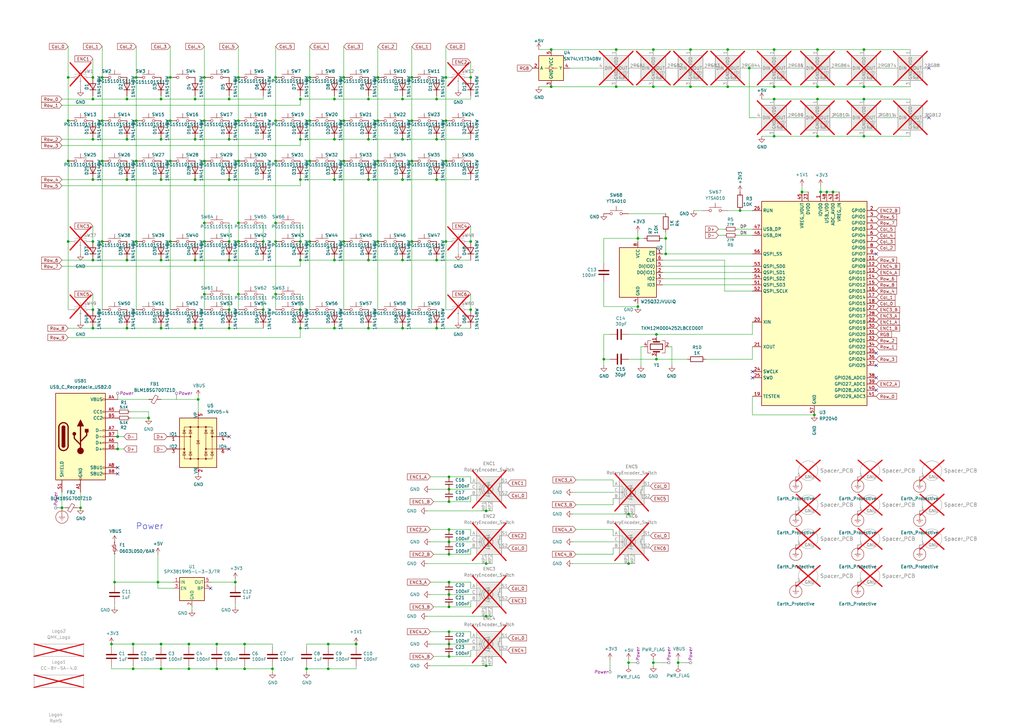
<source format=kicad_sch>
(kicad_sch (version 20250114) (generator "eeschema") (generator_version "9.0")
  (paper "A3")
  (title_block (title "Skinny Chameleon") (date "2025-03-25") (rev "v1.11") (company "Tweety's Wild Thinking") (comment 1 "Markus Knutsson <markus.knutsson@tweety.se>") (comment 2 "https://github.com/TweetyDaBird") (comment 3 "Licensed under Creative Commons BY-SA 4.0 International "))
  (text "Power" (at 55.6814 217.4738 0) (effects (font (size 2.54 2.54)) (justify left bottom)))
  (junction (at 140.97 66.04))
  (junction (at 52.07 57.15))
  (junction (at 123.19 99.06))
  (junction (at 41.91 66.04))
  (junction (at 96.52 238.76))
  (junction (at 80.01 57.15))
  (junction (at 123.19 57.15))
  (junction (at 83.82 91.44))
  (junction (at 123.19 127))
  (junction (at 257.81 231.14))
  (junction (at 140.97 49.53))
  (junction (at 273.05 104.14))
  (junction (at 137.16 134.62))
  (junction (at 52.07 134.62))
  (junction (at 100.33 264.16))
  (junction (at 97.79 120.65))
  (junction (at 168.91 99.06))
  (junction (at 45.72 264.16))
  (junction (at 80.01 73.66))
  (junction (at 165.1 73.66))
  (junction (at 41.91 49.53))
  (junction (at 193.04 127))
  (junction (at 55.88 49.53))
  (junction (at 93.98 106.68))
  (junction (at 25.4 208.28))
  (junction (at 38.1 57.15))
  (junction (at 107.95 127))
  (junction (at 283.21 20.32))
  (junction (at 88.9 274.32))
  (junction (at 267.97 20.32))
  (junction (at 66.04 264.16))
  (junction (at 184.15 238.76))
  (junction (at 154.94 49.53))
  (junction (at 93.98 40.64))
  (junction (at 137.16 73.66))
  (junction (at 113.03 120.65))
  (junction (at 27.94 49.53))
  (junction (at 341.63 78.74))
  (junction (at 66.04 134.62))
  (junction (at 93.98 134.62))
  (junction (at 269.24 147.32))
  (junction (at 52.07 73.66))
  (junction (at 38.1 106.68))
  (junction (at 182.88 31.75))
  (junction (at 83.82 49.53))
  (junction (at 46.99 238.76))
  (junction (at 66.04 73.66))
  (junction (at 179.07 106.68))
  (junction (at 307.34 27.94))
  (junction (at 252.73 20.32))
  (junction (at 127 99.06))
  (junction (at 168.91 66.04))
  (junction (at 38.1 73.66))
  (junction (at 113.03 31.75))
  (junction (at 54.61 274.32))
  (junction (at 354.33 20.32))
  (junction (at 83.82 99.06))
  (junction (at 184.15 195.58))
  (junction (at 182.88 66.04))
  (junction (at 38.1 134.62))
  (junction (at 335.28 35.56))
  (junction (at 199.39 209.55))
  (junction (at 83.82 120.65))
  (junction (at 93.98 99.06))
  (junction (at 48.26 184.15))
  (junction (at 184.15 205.74))
  (junction (at 80.01 106.68))
  (junction (at 140.97 99.06))
  (junction (at 127 49.53))
  (junction (at 247.65 147.32))
  (junction (at 303.53 86.36))
  (junction (at 134.62 264.16))
  (junction (at 69.85 99.06))
  (junction (at 283.21 35.56))
  (junction (at 88.9 264.16))
  (junction (at 123.19 40.64))
  (junction (at 123.19 134.62))
  (junction (at 93.98 127))
  (junction (at 168.91 31.75))
  (junction (at 54.61 264.16))
  (junction (at 38.1 31.75))
  (junction (at 193.04 99.06))
  (junction (at 113.03 99.06))
  (junction (at 97.79 49.53))
  (junction (at 179.07 40.64))
  (junction (at 354.33 55.88))
  (junction (at 179.07 73.66))
  (junction (at 97.79 66.04))
  (junction (at 184.15 222.25))
  (junction (at 336.55 78.74))
  (junction (at 273.05 97.79))
  (junction (at 184.15 248.92))
  (junction (at 146.05 264.16))
  (junction (at 66.04 106.68))
  (junction (at 179.07 134.62))
  (junction (at 55.88 31.75))
  (junction (at 184.15 227.33))
  (junction (at 184.15 259.08))
  (junction (at 267.97 271.78))
  (junction (at 66.04 57.15))
  (junction (at 267.97 35.56))
  (junction (at 339.09 78.74))
  (junction (at 38.1 127))
  (junction (at 269.24 137.16))
  (junction (at 317.5 55.88))
  (junction (at 184.15 217.17))
  (junction (at 69.85 31.75))
  (junction (at 33.02 208.28))
  (junction (at 317.5 40.64))
  (junction (at 257.81 271.78))
  (junction (at 165.1 40.64))
  (junction (at 41.91 31.75))
  (junction (at 48.26 179.07))
  (junction (at 317.5 35.56))
  (junction (at 334.01 170.18))
  (junction (at 335.28 20.32))
  (junction (at 151.13 106.68))
  (junction (at 328.93 78.74))
  (junction (at 111.76 274.32))
  (junction (at 113.03 66.04))
  (junction (at 123.19 106.68))
  (junction (at 60.96 171.45))
  (junction (at 199.39 273.05))
  (junction (at 252.73 35.56))
  (junction (at 184.15 264.16))
  (junction (at 193.04 31.75))
  (junction (at 151.13 134.62))
  (junction (at 93.98 57.15))
  (junction (at 154.94 66.04))
  (junction (at 226.06 20.32))
  (junction (at 278.13 271.78))
  (junction (at 64.77 238.76))
  (junction (at 137.16 106.68))
  (junction (at 52.07 106.68))
  (junction (at 107.95 99.06))
  (junction (at 354.33 35.56))
  (junction (at 69.85 49.53))
  (junction (at 97.79 91.44))
  (junction (at 113.03 91.44))
  (junction (at 27.94 31.75))
  (junction (at 27.94 99.06))
  (junction (at 83.82 66.04))
  (junction (at 199.39 252.73))
  (junction (at 93.98 73.66))
  (junction (at 38.1 40.64))
  (junction (at 27.94 66.04))
  (junction (at 335.28 40.64))
  (junction (at 226.06 35.56))
  (junction (at 261.62 125.73))
  (junction (at 69.85 66.04))
  (junction (at 354.33 40.64))
  (junction (at 77.47 274.32))
  (junction (at 66.04 40.64))
  (junction (at 97.79 99.06))
  (junction (at 66.04 274.32))
  (junction (at 55.88 66.04))
  (junction (at 154.94 31.75))
  (junction (at 123.19 73.66))
  (junction (at 151.13 73.66))
  (junction (at 140.97 31.75))
  (junction (at 154.94 99.06))
  (junction (at 38.1 99.06))
  (junction (at 113.03 49.53))
  (junction (at 184.15 200.66))
  (junction (at 77.47 264.16))
  (junction (at 97.79 31.75))
  (junction (at 298.45 35.56))
  (junction (at 184.15 243.84))
  (junction (at 184.15 269.24))
  (junction (at 168.91 49.53))
  (junction (at 179.07 57.15))
  (junction (at 127 31.75))
  (junction (at 83.82 31.75))
  (junction (at 81.28 163.83))
  (junction (at 134.62 274.32))
  (junction (at 182.88 99.06))
  (junction (at 80.01 134.62))
  (junction (at 182.88 49.53))
  (junction (at 261.62 97.79))
  (junction (at 151.13 57.15))
  (junction (at 137.16 57.15))
  (junction (at 165.1 134.62))
  (junction (at 335.28 55.88))
  (junction (at 199.39 231.14))
  (junction (at 137.16 40.64))
  (junction (at 151.13 40.64))
  (junction (at 80.01 40.64))
  (junction (at 257.81 210.82))
  (junction (at 52.07 40.64))
  (junction (at 317.5 20.32))
  (junction (at 125.73 274.32))
  (junction (at 298.45 20.32))
  (junction (at 41.91 99.06))
  (junction (at 165.1 106.68))
  (junction (at 55.88 99.06))
  (junction (at 165.1 57.15))
  (junction (at 127 66.04))
  (junction (at 100.33 274.32))
  (no_connect (at 308.61 152.4))
  (no_connect (at 359.41 160.02))
  (no_connect (at 93.98 184.15))
  (no_connect (at 381 48.26))
  (no_connect (at 359.41 149.86))
  (no_connect (at 359.41 144.78))
  (no_connect (at 48.26 194.31))
  (no_connect (at 93.98 179.07))
  (no_connect (at 381 27.94))
  (no_connect (at 359.41 104.14))
  (no_connect (at 359.41 154.94))
  (no_connect (at 308.61 154.94))
  (no_connect (at 48.26 191.77))
  (no_connect (at 86.36 241.3))
  (wire (pts (xy 140.97 19.05) (xy 140.97 31.75)))
  (wire (pts (xy 199.39 273.05) (xy 201.93 273.05)))
  (wire (pts (xy 176.53 264.16) (xy 184.15 264.16)))
  (wire (pts (xy 83.82 19.05) (xy 83.82 31.75)))
  (wire (pts (xy 177.8 248.92) (xy 184.15 248.92)))
  (wire (pts (xy 278.13 273.05) (xy 278.13 271.78)))
  (wire (pts (xy 344.17 78.74) (xy 341.63 78.74)))
  (wire (pts (xy 80.01 106.68) (xy 93.98 106.68)))
  (wire (pts (xy 303.53 86.36) (xy 308.61 86.36)))
  (wire (pts (xy 96.52 237.49) (xy 96.52 238.76)))
  (wire (pts (xy 123.19 39.37) (xy 123.19 40.64)))
  (wire (pts (xy 54.61 273.05) (xy 54.61 274.32)))
  (wire (pts (xy 140.97 99.06) (xy 140.97 127)))
  (wire (pts (xy 247.65 137.16) (xy 247.65 147.32)))
  (wire (pts (xy 302.26 96.52) (xy 308.61 96.52)))
  (wire (pts (xy 25.4 57.15) (xy 38.1 57.15)))
  (wire (pts (xy 123.19 91.44) (xy 123.19 99.06)))
  (wire (pts (xy 55.88 99.06) (xy 55.88 66.04)))
  (wire (pts (xy 93.98 120.65) (xy 93.98 127)))
  (wire (pts (xy 165.1 73.66) (xy 179.07 73.66)))
  (wire (pts (xy 184.15 269.24) (xy 193.04 269.24)))
  (wire (pts (xy 80.01 134.62) (xy 93.98 134.62)))
  (wire (pts (xy 267.97 20.32) (xy 283.21 20.32)))
  (wire (pts (xy 193.04 92.71) (xy 193.04 99.06)))
  (wire (pts (xy 317.5 20.32) (xy 335.28 20.32)))
  (wire (pts (xy 25.4 73.66) (xy 38.1 73.66)))
  (wire (pts (xy 342.9 48.26) (xy 346.71 48.26)))
  (wire (pts (xy 273.05 104.14) (xy 271.78 104.14)))
  (wire (pts (xy 220.98 35.56) (xy 226.06 35.56)))
  (wire (pts (xy 125.73 274.32) (xy 125.73 275.59)))
  (wire (pts (xy 66.04 265.43) (xy 66.04 264.16)))
  (wire (pts (xy 334.01 170.18) (xy 308.61 170.18)))
  (wire (pts (xy 134.62 273.05) (xy 134.62 274.32)))
  (wire (pts (xy 154.94 19.05) (xy 154.94 31.75)))
  (wire (pts (xy 335.28 40.64) (xy 354.33 40.64)))
  (wire (pts (xy 193.04 195.58) (xy 193.04 198.12)))
  (wire (pts (xy 86.36 238.76) (xy 96.52 238.76)))
  (wire (pts (xy 257.81 137.16) (xy 269.24 137.16)))
  (wire (pts (xy 250.19 147.32) (xy 247.65 147.32)))
  (wire (pts (xy 140.97 49.53) (xy 140.97 31.75)))
  (wire (pts (xy 184.15 248.92) (xy 193.04 248.92)))
  (wire (pts (xy 233.68 27.94) (xy 245.11 27.94)))
  (wire (pts (xy 125.73 264.16) (xy 134.62 264.16)))
  (wire (pts (xy 83.82 49.53) (xy 83.82 31.75)))
  (wire (pts (xy 252.73 20.32) (xy 267.97 20.32)))
  (wire (pts (xy 274.32 142.24) (xy 275.59 142.24)))
  (wire (pts (xy 97.79 99.06) (xy 97.79 120.65)))
  (wire (pts (xy 184.15 217.17) (xy 193.04 217.17)))
  (wire (pts (xy 176.53 259.08) (xy 184.15 259.08)))
  (wire (pts (xy 325.12 48.26) (xy 327.66 48.26)))
  (wire (pts (xy 54.61 264.16) (xy 66.04 264.16)))
  (wire (pts (xy 38.1 24.13) (xy 38.1 31.75)))
  (wire (pts (xy 307.34 48.26) (xy 309.88 48.26)))
  (wire (pts (xy 278.13 271.78) (xy 278.13 270.51)))
  (wire (pts (xy 179.07 39.37) (xy 179.07 40.64)))
  (wire (pts (xy 298.45 20.32) (xy 317.5 20.32)))
  (wire (pts (xy 325.12 27.94) (xy 327.66 27.94)))
  (wire (pts (xy 273.05 95.25) (xy 273.05 97.79)))
  (wire (pts (xy 123.19 134.62) (xy 137.16 134.62)))
  (wire (pts (xy 88.9 274.32) (xy 77.47 274.32)))
  (wire (pts (xy 354.33 55.88) (xy 373.38 55.88)))
  (wire (pts (xy 168.91 19.05) (xy 168.91 31.75)))
  (wire (pts (xy 151.13 73.66) (xy 165.1 73.66)))
  (wire (pts (xy 25.4 208.28) (xy 25.4 201.93)))
  (wire (pts (xy 294.64 96.52) (xy 297.18 96.52)))
  (wire (pts (xy 66.04 163.83) (xy 81.28 163.83)))
  (wire (pts (xy 288.29 86.36) (xy 284.48 86.36)))
  (wire (pts (xy 307.34 48.26) (xy 307.34 27.94)))
  (wire (pts (xy 97.79 19.05) (xy 97.79 31.75)))
  (wire (pts (xy 176.53 273.05) (xy 199.39 273.05)))
  (wire (pts (xy 341.63 78.74) (xy 339.09 78.74)))
  (wire (pts (xy 154.94 66.04) (xy 154.94 49.53)))
  (wire (pts (xy 182.88 99.06) (xy 182.88 127)))
  (wire (pts (xy 234.95 231.14) (xy 257.81 231.14)))
  (wire (pts (xy 298.45 35.56) (xy 317.5 35.56)))
  (wire (pts (xy 69.85 66.04) (xy 69.85 49.53)))
  (wire (pts (xy 271.78 111.76) (xy 308.61 111.76)))
  (wire (pts (xy 177.8 269.24) (xy 184.15 269.24)))
  (wire (pts (xy 151.13 134.62) (xy 165.1 134.62)))
  (wire (pts (xy 52.07 57.15) (xy 66.04 57.15)))
  (wire (pts (xy 307.34 27.94) (xy 309.88 27.94)))
  (wire (pts (xy 45.72 274.32) (xy 54.61 274.32)))
  (wire (pts (xy 257.81 210.82) (xy 260.35 210.82)))
  (wire (pts (xy 100.33 264.16) (xy 111.76 264.16)))
  (wire (pts (xy 289.56 147.32) (xy 308.61 147.32)))
  (wire (pts (xy 93.98 57.15) (xy 107.95 57.15)))
  (wire (pts (xy 55.88 19.05) (xy 55.88 31.75)))
  (wire (pts (xy 339.09 78.74) (xy 336.55 78.74)))
  (wire (pts (xy 234.95 201.93) (xy 251.46 201.93)))
  (wire (pts (xy 361.95 48.26) (xy 365.76 48.26)))
  (wire (pts (xy 123.19 59.69) (xy 123.19 57.15)))
  (wire (pts (xy 236.22 196.85) (xy 251.46 196.85)))
  (wire (pts (xy 97.79 120.65) (xy 97.79 127)))
  (wire (pts (xy 93.98 73.66) (xy 107.95 73.66)))
  (wire (pts (xy 257.81 87.63) (xy 273.05 87.63)))
  (wire (pts (xy 71.12 241.3) (xy 64.77 241.3)))
  (wire (pts (xy 193.04 205.74) (xy 193.04 203.2)))
  (wire (pts (xy 184.15 243.84) (xy 193.04 243.84)))
  (wire (pts (xy 176.53 222.25) (xy 184.15 222.25)))
  (wire (pts (xy 123.19 76.2) (xy 123.19 73.66)))
  (wire (pts (xy 182.88 66.04) (xy 182.88 49.53)))
  (wire (pts (xy 317.5 40.64) (xy 335.28 40.64)))
  (wire (pts (xy 52.07 134.62) (xy 66.04 134.62)))
  (wire (pts (xy 25.4 76.2) (xy 123.19 76.2)))
  (wire (pts (xy 168.91 99.06) (xy 168.91 127)))
  (wire (pts (xy 261.62 124.46) (xy 261.62 125.73)))
  (wire (pts (xy 273.05 104.14) (xy 308.61 104.14)))
  (wire (pts (xy 176.53 243.84) (xy 184.15 243.84)))
  (wire (pts (xy 257.81 270.51) (xy 257.81 271.78)))
  (wire (pts (xy 107.95 39.37) (xy 107.95 40.64)))
  (wire (pts (xy 54.61 265.43) (xy 54.61 264.16)))
  (wire (pts (xy 113.03 91.44) (xy 113.03 66.04)))
  (wire (pts (xy 267.97 271.78) (xy 271.78 271.78)))
  (wire (pts (xy 302.26 93.98) (xy 308.61 93.98)))
  (wire (pts (xy 176.53 200.66) (xy 184.15 200.66)))
  (wire (pts (xy 113.03 99.06) (xy 113.03 120.65)))
  (wire (pts (xy 66.04 273.05) (xy 66.04 274.32)))
  (wire (pts (xy 234.95 210.82) (xy 257.81 210.82)))
  (wire (pts (xy 88.9 264.16) (xy 100.33 264.16)))
  (wire (pts (xy 184.15 195.58) (xy 193.04 195.58)))
  (wire (pts (xy 80.01 40.64) (xy 93.98 40.64)))
  (wire (pts (xy 123.19 73.66) (xy 137.16 73.66)))
  (wire (pts (xy 151.13 57.15) (xy 165.1 57.15)))
  (wire (pts (xy 77.47 265.43) (xy 77.47 264.16)))
  (wire (pts (xy 64.77 227.33) (xy 64.77 238.76)))
  (wire (pts (xy 342.9 27.94) (xy 346.71 27.94)))
  (wire (pts (xy 52.07 106.68) (xy 66.04 106.68)))
  (wire (pts (xy 251.46 217.17) (xy 251.46 219.71)))
  (wire (pts (xy 66.04 106.68) (xy 80.01 106.68)))
  (wire (pts (xy 151.13 106.68) (xy 165.1 106.68)))
  (wire (pts (xy 123.19 109.22) (xy 123.19 106.68)))
  (wire (pts (xy 80.01 73.66) (xy 93.98 73.66)))
  (wire (pts (xy 46.99 227.33) (xy 46.99 238.76)))
  (wire (pts (xy 53.34 171.45) (xy 60.96 171.45)))
  (wire (pts (xy 154.94 99.06) (xy 154.94 66.04)))
  (wire (pts (xy 52.07 40.64) (xy 38.1 40.64)))
  (wire (pts (xy 27.94 49.53) (xy 27.94 66.04)))
  (wire (pts (xy 38.1 92.71) (xy 38.1 99.06)))
  (wire (pts (xy 31.75 208.28) (xy 33.02 208.28)))
  (wire (pts (xy 123.19 57.15) (xy 137.16 57.15)))
  (wire (pts (xy 283.21 20.32) (xy 298.45 20.32)))
  (wire (pts (xy 125.73 274.32) (xy 134.62 274.32)))
  (wire (pts (xy 146.05 264.16) (xy 146.05 265.43)))
  (wire (pts (xy 60.96 163.83) (xy 48.26 163.83)))
  (wire (pts (xy 193.04 39.37) (xy 193.04 40.64)))
  (wire (pts (xy 261.62 95.25) (xy 261.62 97.79)))
  (wire (pts (xy 361.95 27.94) (xy 365.76 27.94)))
  (wire (pts (xy 113.03 66.04) (xy 113.03 49.53)))
  (wire (pts (xy 125.73 273.05) (xy 125.73 274.32)))
  (wire (pts (xy 77.47 274.32) (xy 66.04 274.32)))
  (wire (pts (xy 55.88 99.06) (xy 55.88 127)))
  (wire (pts (xy 273.05 97.79) (xy 273.05 104.14)))
  (wire (pts (xy 252.73 35.56) (xy 267.97 35.56)))
  (wire (pts (xy 262.89 142.24) (xy 262.89 149.86)))
  (wire (pts (xy 134.62 274.32) (xy 146.05 274.32)))
  (wire (pts (xy 177.8 227.33) (xy 184.15 227.33)))
  (wire (pts (xy 335.28 35.56) (xy 354.33 35.56)))
  (wire (pts (xy 175.26 252.73) (xy 199.39 252.73)))
  (wire (pts (xy 41.91 99.06) (xy 41.91 66.04)))
  (wire (pts (xy 297.18 106.68) (xy 297.18 119.38)))
  (wire (pts (xy 226.06 20.32) (xy 252.73 20.32)))
  (wire (pts (xy 184.15 205.74) (xy 193.04 205.74)))
  (wire (pts (xy 184.15 238.76) (xy 193.04 238.76)))
  (wire (pts (xy 137.16 39.37) (xy 137.16 40.64)))
  (wire (pts (xy 308.61 147.32) (xy 308.61 142.24)))
  (wire (pts (xy 41.91 49.53) (xy 41.91 31.75)))
  (wire (pts (xy 66.04 134.62) (xy 80.01 134.62)))
  (wire (pts (xy 354.33 20.32) (xy 373.38 20.32)))
  (wire (pts (xy 25.4 109.22) (xy 123.19 109.22)))
  (wire (pts (xy 97.79 49.53) (xy 97.79 31.75)))
  (wire (pts (xy 247.65 107.95) (xy 247.65 97.79)))
  (wire (pts (xy 45.72 273.05) (xy 45.72 274.32)))
  (wire (pts (xy 25.4 40.64) (xy 38.1 40.64)))
  (wire (pts (xy 226.06 35.56) (xy 252.73 35.56)))
  (wire (pts (xy 93.98 40.64) (xy 107.95 40.64)))
  (wire (pts (xy 41.91 19.05) (xy 41.91 31.75)))
  (wire (pts (xy 66.04 40.64) (xy 52.07 40.64)))
  (wire (pts (xy 267.97 35.56) (xy 283.21 35.56)))
  (wire (pts (xy 45.72 264.16) (xy 45.72 265.43)))
  (wire (pts (xy 80.01 57.15) (xy 93.98 57.15)))
  (wire (pts (xy 179.07 40.64) (xy 193.04 40.64)))
  (wire (pts (xy 69.85 19.05) (xy 69.85 31.75)))
  (wire (pts (xy 335.28 55.88) (xy 354.33 55.88)))
  (wire (pts (xy 165.1 40.64) (xy 179.07 40.64)))
  (wire (pts (xy 251.46 227.33) (xy 251.46 224.79)))
  (wire (pts (xy 100.33 274.32) (xy 88.9 274.32)))
  (wire (pts (xy 236.22 227.33) (xy 251.46 227.33)))
  (wire (pts (xy 312.42 40.64) (xy 317.5 40.64)))
  (wire (pts (xy 83.82 127) (xy 83.82 120.65)))
  (wire (pts (xy 234.95 222.25) (xy 251.46 222.25)))
  (wire (pts (xy 46.99 247.65) (xy 46.99 248.92)))
  (wire (pts (xy 93.98 106.68) (xy 107.95 106.68)))
  (wire (pts (xy 354.33 35.56) (xy 373.38 35.56)))
  (wire (pts (xy 25.4 59.69) (xy 123.19 59.69)))
  (wire (pts (xy 257.81 271.78) (xy 257.81 273.05)))
  (wire (pts (xy 123.19 106.68) (xy 137.16 106.68)))
  (wire (pts (xy 134.62 264.16) (xy 146.05 264.16)))
  (wire (pts (xy 165.1 134.62) (xy 179.07 134.62)))
  (wire (pts (xy 27.94 99.06) (xy 27.94 127)))
  (wire (pts (xy 69.85 49.53) (xy 69.85 31.75)))
  (wire (pts (xy 97.79 99.06) (xy 97.79 91.44)))
  (wire (pts (xy 38.1 120.65) (xy 38.1 127)))
  (wire (pts (xy 184.15 259.08) (xy 193.04 259.08)))
  (wire (pts (xy 64.77 241.3) (xy 64.77 238.76)))
  (wire (pts (xy 179.07 106.68) (xy 193.04 106.68)))
  (wire (pts (xy 165.1 106.68) (xy 179.07 106.68)))
  (wire (pts (xy 27.94 19.05) (xy 27.94 31.75)))
  (wire (pts (xy 69.85 99.06) (xy 69.85 127)))
  (wire (pts (xy 271.78 109.22) (xy 308.61 109.22)))
  (wire (pts (xy 64.77 238.76) (xy 71.12 238.76)))
  (wire (pts (xy 25.4 106.68) (xy 38.1 106.68)))
  (wire (pts (xy 127 49.53) (xy 127 31.75)))
  (wire (pts (xy 38.1 134.62) (xy 52.07 134.62)))
  (wire (pts (xy 336.55 76.2) (xy 336.55 78.74)))
  (wire (pts (xy 25.4 208.28) (xy 26.67 208.28)))
  (wire (pts (xy 236.22 207.01) (xy 251.46 207.01)))
  (wire (pts (xy 251.46 196.85) (xy 251.46 199.39)))
  (wire (pts (xy 247.65 125.73) (xy 261.62 125.73)))
  (wire (pts (xy 294.64 93.98) (xy 297.18 93.98)))
  (wire (pts (xy 317.5 55.88) (xy 335.28 55.88)))
  (wire (pts (xy 137.16 106.68) (xy 151.13 106.68)))
  (wire (pts (xy 83.82 91.44) (xy 83.82 66.04)))
  (wire (pts (xy 77.47 273.05) (xy 77.47 274.32)))
  (wire (pts (xy 83.82 99.06) (xy 83.82 91.44)))
  (wire (pts (xy 27.94 66.04) (xy 27.94 99.06)))
  (wire (pts (xy 257.81 271.78) (xy 259.08 271.78)))
  (wire (pts (xy 328.93 76.2) (xy 328.93 78.74)))
  (wire (pts (xy 25.4 43.18) (xy 123.19 43.18)))
  (wire (pts (xy 48.26 179.07) (xy 50.8 179.07)))
  (wire (pts (xy 38.1 73.66) (xy 52.07 73.66)))
  (wire (pts (xy 81.28 168.91) (xy 81.28 163.83)))
  (wire (pts (xy 48.26 181.61) (xy 48.26 184.15)))
  (wire (pts (xy 81.28 162.56) (xy 81.28 163.83)))
  (wire (pts (xy 328.93 78.74) (xy 331.47 78.74)))
  (wire (pts (xy 269.24 146.05) (xy 269.24 147.32)))
  (wire (pts (xy 93.98 134.62) (xy 107.95 134.62)))
  (wire (pts (xy 177.8 205.74) (xy 184.15 205.74)))
  (wire (pts (xy 182.88 19.05) (xy 182.88 31.75)))
  (wire (pts (xy 123.19 43.18) (xy 123.19 40.64)))
  (wire (pts (xy 80.01 39.37) (xy 80.01 40.64)))
  (wire (pts (xy 278.13 271.78) (xy 280.67 271.78)))
  (wire (pts (xy 312.42 55.88) (xy 317.5 55.88)))
  (wire (pts (xy 179.07 73.66) (xy 193.04 73.66)))
  (wire (pts (xy 168.91 66.04) (xy 168.91 49.53)))
  (wire (pts (xy 53.34 168.91) (xy 60.96 168.91)))
  (wire (pts (xy 146.05 274.32) (xy 146.05 273.05)))
  (wire (pts (xy 48.26 176.53) (xy 48.26 179.07)))
  (wire (pts (xy 77.47 264.16) (xy 88.9 264.16)))
  (wire (pts (xy 247.65 147.32) (xy 247.65 149.86)))
  (wire (pts (xy 93.98 91.44) (xy 93.98 99.06)))
  (wire (pts (xy 261.62 97.79) (xy 261.62 99.06)))
  (wire (pts (xy 107.95 91.44) (xy 107.95 99.06)))
  (wire (pts (xy 52.07 73.66) (xy 66.04 73.66)))
  (wire (pts (xy 137.16 57.15) (xy 151.13 57.15)))
  (wire (pts (xy 38.1 57.15) (xy 52.07 57.15)))
  (wire (pts (xy 83.82 99.06) (xy 83.82 120.65)))
  (wire (pts (xy 83.82 66.04) (xy 83.82 49.53)))
  (wire (pts (xy 151.13 39.37) (xy 151.13 40.64)))
  (wire (pts (xy 69.85 99.06) (xy 69.85 66.04)))
  (wire (pts (xy 247.65 97.79) (xy 261.62 97.79)))
  (wire (pts (xy 193.04 120.65) (xy 193.04 127)))
  (wire (pts (xy 267.97 271.78) (xy 267.97 273.05)))
  (wire (pts (xy 257.81 147.32) (xy 269.24 147.32)))
  (wire (pts (xy 41.91 66.04) (xy 41.91 49.53)))
  (wire (pts (xy 182.88 99.06) (xy 182.88 66.04)))
  (wire (pts (xy 41.91 99.06) (xy 41.91 127)))
  (wire (pts (xy 55.88 49.53) (xy 55.88 31.75)))
  (wire (pts (xy 151.13 40.64) (xy 165.1 40.64)))
  (wire (pts (xy 48.26 184.15) (xy 50.8 184.15)))
  (wire (pts (xy 111.76 265.43) (xy 111.76 264.16)))
  (wire (pts (xy 306.07 27.94) (xy 307.34 27.94)))
  (wire (pts (xy 140.97 99.06) (xy 140.97 66.04)))
  (wire (pts (xy 193.04 248.92) (xy 193.04 246.38)))
  (wire (pts (xy 220.98 20.32) (xy 226.06 20.32)))
  (wire (pts (xy 179.07 57.15) (xy 193.04 57.15)))
  (wire (pts (xy 176.53 217.17) (xy 184.15 217.17)))
  (wire (pts (xy 193.04 25.4) (xy 193.04 31.75)))
  (wire (pts (xy 111.76 273.05) (xy 111.76 274.32)))
  (wire (pts (xy 271.78 116.84) (xy 308.61 116.84)))
  (wire (pts (xy 354.33 40.64) (xy 373.38 40.64)))
  (wire (pts (xy 88.9 273.05) (xy 88.9 274.32)))
  (wire (pts (xy 137.16 73.66) (xy 151.13 73.66)))
  (wire (pts (xy 317.5 35.56) (xy 335.28 35.56)))
  (wire (pts (xy 125.73 265.43) (xy 125.73 264.16)))
  (wire (pts (xy 165.1 57.15) (xy 179.07 57.15)))
  (wire (pts (xy 137.16 134.62) (xy 151.13 134.62)))
  (wire (pts (xy 182.88 49.53) (xy 182.88 31.75)))
  (wire (pts (xy 33.02 208.28) (xy 33.02 201.93)))
  (wire (pts (xy 247.65 125.73) (xy 247.65 115.57)))
  (wire (pts (xy 251.46 207.01) (xy 251.46 204.47)))
  (wire (pts (xy 66.04 274.32) (xy 54.61 274.32)))
  (wire (pts (xy 88.9 265.43) (xy 88.9 264.16)))
  (wire (pts (xy 257.81 231.14) (xy 260.35 231.14)))
  (wire (pts (xy 168.91 49.53) (xy 168.91 31.75)))
  (wire (pts (xy 271.78 114.3) (xy 308.61 114.3)))
  (wire (pts (xy 308.61 137.16) (xy 308.61 132.08)))
  (wire (pts (xy 100.33 274.32) (xy 111.76 274.32)))
  (wire (pts (xy 298.45 86.36) (xy 303.53 86.36)))
  (wire (pts (xy 275.59 142.24) (xy 275.59 149.86)))
  (wire (pts (xy 60.96 168.91) (xy 60.96 171.45)))
  (wire (pts (xy 66.04 73.66) (xy 80.01 73.66)))
  (wire (pts (xy 175.26 209.55) (xy 199.39 209.55)))
  (wire (pts (xy 137.16 40.64) (xy 151.13 40.64)))
  (wire (pts (xy 45.72 264.16) (xy 54.61 264.16)))
  (wire (pts (xy 308.61 170.18) (xy 308.61 162.56)))
  (wire (pts (xy 93.98 39.37) (xy 93.98 40.64)))
  (wire (pts (xy 175.26 231.14) (xy 199.39 231.14)))
  (wire (pts (xy 184.15 264.16) (xy 193.04 264.16)))
  (wire (pts (xy 267.97 270.51) (xy 267.97 271.78)))
  (wire (pts (xy 96.52 238.76) (xy 96.52 240.03)))
  (wire (pts (xy 66.04 57.15) (xy 80.01 57.15)))
  (wire (pts (xy 127 19.05) (xy 127 31.75)))
  (wire (pts (xy 297.18 119.38) (xy 308.61 119.38)))
  (wire (pts (xy 78.74 248.92) (xy 78.74 250.19)))
  (wire (pts (xy 27.94 134.62) (xy 38.1 134.62)))
  (wire (pts (xy 271.78 106.68) (xy 297.18 106.68)))
  (wire (pts (xy 193.04 238.76) (xy 193.04 241.3)))
  (wire (pts (xy 66.04 39.37) (xy 66.04 40.64)))
  (wire (pts (xy 127 66.04) (xy 127 49.53)))
  (wire (pts (xy 66.04 264.16) (xy 77.47 264.16)))
  (wire (pts (xy 66.04 40.64) (xy 80.01 40.64)))
  (wire (pts (xy 97.79 91.44) (xy 97.79 66.04)))
  (wire (pts (xy 154.94 99.06) (xy 154.94 127)))
  (wire (pts (xy 46.99 238.76) (xy 64.77 238.76)))
  (wire (pts (xy 96.52 247.65) (xy 96.52 248.92)))
  (wire (pts (xy 193.04 269.24) (xy 193.04 266.7)))
  (wire (pts (xy 184.15 227.33) (xy 193.04 227.33)))
  (wire (pts (xy 264.16 142.24) (xy 262.89 142.24)))
  (wire (pts (xy 335.28 20.32) (xy 354.33 20.32)))
  (wire (pts (xy 269.24 137.16) (xy 308.61 137.16)))
  (wire (pts (xy 134.62 265.43) (xy 134.62 264.16)))
  (wire (pts (xy 264.16 97.79) (xy 261.62 97.79)))
  (wire (pts (xy 123.19 120.65) (xy 123.19 127)))
  (wire (pts (xy 111.76 274.32) (xy 111.76 275.59)))
  (wire (pts (xy 184.15 200.66) (xy 193.04 200.66)))
  (wire (pts (xy 199.39 252.73) (xy 201.93 252.73)))
  (wire (pts (xy 100.33 273.05) (xy 100.33 274.32)))
  (wire (pts (xy 283.21 35.56) (xy 298.45 35.56)))
  (wire (pts (xy 236.22 217.17) (xy 251.46 217.17)))
  (wire (pts (xy 269.24 147.32) (xy 281.94 147.32)))
  (wire (pts (xy 55.88 66.04) (xy 55.88 49.53)))
  (wire (pts (xy 269.24 138.43) (xy 269.24 137.16)))
  (wire (pts (xy 250.19 137.16) (xy 247.65 137.16)))
  (wire (pts (xy 38.1 106.68) (xy 52.07 106.68)))
  (wire (pts (xy 113.03 49.53) (xy 113.03 31.75)))
  (wire (pts (xy 154.94 49.53) (xy 154.94 31.75)))
  (wire (pts (xy 168.91 99.06) (xy 168.91 66.04)))
  (wire (pts (xy 127 99.06) (xy 127 66.04)))
  (wire (pts (xy 184.15 222.25) (xy 193.04 222.25)))
  (wire (pts (xy 27.94 31.75) (xy 27.94 49.53)))
  (wire (pts (xy 199.39 209.55) (xy 201.93 209.55)))
  (wire (pts (xy 179.07 134.62) (xy 193.04 134.62)))
  (wire (pts (xy 140.97 66.04) (xy 140.97 49.53)))
  (wire (pts (xy 46.99 240.03) (xy 46.99 238.76)))
  (wire (pts (xy 113.03 99.06) (xy 113.03 91.44)))
  (wire (pts (xy 193.04 217.17) (xy 193.04 219.71)))
  (wire (pts (xy 193.04 227.33) (xy 193.04 224.79)))
  (wire (pts (xy 38.1 39.37) (xy 38.1 40.64)))
  (wire (pts (xy 123.19 40.64) (xy 137.16 40.64)))
  (wire (pts (xy 27.94 138.43) (xy 123.19 138.43)))
  (wire (pts (xy 52.07 39.37) (xy 52.07 40.64)))
  (wire (pts (xy 250.19 270.51) (xy 250.19 273.05)))
  (wire (pts (xy 107.95 120.65) (xy 107.95 127)))
  (wire (pts (xy 100.33 265.43) (xy 100.33 264.16)))
  (wire (pts (xy 176.53 238.76) (xy 184.15 238.76)))
  (wire (pts (xy 97.79 66.04) (xy 97.79 49.53)))
  (wire (pts (xy 193.04 259.08) (xy 193.04 261.62)))
  (wire (pts (xy 113.03 127) (xy 113.03 120.65)))
  (wire (pts (xy 165.1 39.37) (xy 165.1 40.64)))
  (wire (pts (xy 176.53 195.58) (xy 184.15 195.58)))
  (wire (pts (xy 123.19 138.43) (xy 123.19 134.62)))
  (wire (pts (xy 273.05 97.79) (xy 271.78 97.79)))
  (wire (pts (xy 199.39 231.14) (xy 201.93 231.14)))
  (wire (pts (xy 127 99.06) (xy 127 127)))
  (wire (pts (xy 113.03 19.05) (xy 113.03 31.75)))
  (label "DP" (at 303.53 93.98 0))
  (label "DN" (at 303.53 96.52 0))
  (global_label "Col_3" (shape input) (at 140.97 19.05 0) (property "Intersheetrefs" "${INTERSHEET_REFS}" (effects (hide yes))))
  (global_label "ENC3_A" (shape input) (at 176.53 238.76 180) (property "Intersheetrefs" "${INTERSHEET_REFS}" (effects (hide yes))))
  (global_label "ENC4_B" (shape input) (at 236.22 227.33 180) (property "Intersheetrefs" "${INTERSHEET_REFS}" (effects (hide yes))))
  (global_label "Row_0" (shape input) (at 25.4 40.64 180) (property "Intersheetrefs" "${INTERSHEET_REFS}" (effects (hide yes))))
  (global_label "Col_2" (shape input) (at 55.88 19.05 180) (property "Intersheetrefs" "${INTERSHEET_REFS}" (effects (hide yes))))
  (global_label "ENC4_B" (shape input) (at 359.41 109.22 0) (property "Intersheetrefs" "${INTERSHEET_REFS}" (effects (hide yes))))
  (global_label "Row_0" (shape input) (at 359.41 162.56 0) (property "Intersheetrefs" "${INTERSHEET_REFS}" (effects (hide yes))))
  (global_label "ENC4" (shape input) (at 193.04 92.71 180) (property "Intersheetrefs" "${INTERSHEET_REFS}" (effects (hide yes))))
  (global_label "Col_0" (shape input) (at 27.94 19.05 180) (property "Intersheetrefs" "${INTERSHEET_REFS}" (effects (hide yes))))
  (global_label "ENC3_B" (shape input) (at 236.22 207.01 180) (property "Intersheetrefs" "${INTERSHEET_REFS}" (effects (hide yes))))
  (global_label "ENC3_B" (shape input) (at 359.41 127 0) (property "Intersheetrefs" "${INTERSHEET_REFS}" (effects (hide yes))))
  (global_label "Col_2" (shape input) (at 154.94 19.05 0) (property "Intersheetrefs" "${INTERSHEET_REFS}" (effects (hide yes))))
  (global_label "Col_0" (shape input) (at 182.88 19.05 0) (property "Intersheetrefs" "${INTERSHEET_REFS}" (effects (hide yes))))
  (global_label "D+" (shape input) (at 294.64 93.98 180) (property "Intersheetrefs" "${INTERSHEET_REFS}" (effects (hide yes))))
  (global_label "Row_8" (shape input) (at 27.94 134.62 180) (property "Intersheetrefs" "${INTERSHEET_REFS}" (effects (hide yes))))
  (global_label "Col_0" (shape input) (at 208.28 241.3 0) (property "Intersheetrefs" "${INTERSHEET_REFS}" (effects (hide yes))))
  (global_label "D-" (shape input) (at 50.8 179.07 0) (property "Intersheetrefs" "${INTERSHEET_REFS}" (effects (hide yes))))
  (global_label "Row_4" (shape input) (at 25.4 73.66 180) (property "Intersheetrefs" "${INTERSHEET_REFS}" (effects (hide yes))))
  (global_label "Row_9" (shape input) (at 27.94 138.43 180) (property "Intersheetrefs" "${INTERSHEET_REFS}" (effects (hide yes))))
  (global_label "Col_5" (shape input) (at 113.03 19.05 0) (property "Intersheetrefs" "${INTERSHEET_REFS}" (effects (hide yes))))
  (global_label "ENC2_A" (shape input) (at 359.41 157.48 0) (property "Intersheetrefs" "${INTERSHEET_REFS}" (effects (hide yes))))
  (global_label "Row_1" (shape input) (at 359.41 142.24 0) (property "Intersheetrefs" "${INTERSHEET_REFS}" (effects (hide yes))))
  (global_label "ENC3_B" (shape input) (at 177.8 248.92 180) (property "Intersheetrefs" "${INTERSHEET_REFS}" (effects (hide yes))))
  (global_label "ENC1_B" (shape input) (at 359.41 134.62 0) (property "Intersheetrefs" "${INTERSHEET_REFS}" (effects (hide yes))))
  (global_label "ENC5" (shape input) (at 38.1 120.65 180) (property "Intersheetrefs" "${INTERSHEET_REFS}" (effects (hide yes))))
  (global_label "ENC3" (shape input) (at 38.1 92.71 180) (property "Intersheetrefs" "${INTERSHEET_REFS}" (effects (hide yes))))
  (global_label "ENC1_A" (shape input) (at 359.41 132.08 0) (property "Intersheetrefs" "${INTERSHEET_REFS}" (effects (hide yes))))
  (global_label "D+" (shape input) (at 68.58 179.07 180) (property "Intersheetrefs" "${INTERSHEET_REFS}" (effects (hide yes))))
  (global_label "Row_6" (shape input) (at 25.4 106.68 180) (property "Intersheetrefs" "${INTERSHEET_REFS}" (effects (hide yes))))
  (global_label "RGB" (shape input) (at 218.44 27.94 180) (property "Intersheetrefs" "${INTERSHEET_REFS}" (effects (hide yes))))
  (global_label "Row_7" (shape input) (at 25.4 109.22 180) (property "Intersheetrefs" "${INTERSHEET_REFS}" (effects (hide yes))))
  (global_label "ENC2" (shape input) (at 208.28 219.71 0) (property "Intersheetrefs" "${INTERSHEET_REFS}" (effects (hide yes))))
  (global_label "Col_0" (shape input) (at 208.28 261.62 0) (property "Intersheetrefs" "${INTERSHEET_REFS}" (effects (hide yes))))
  (global_label "ENC1" (shape input) (at 208.28 198.12 0) (property "Intersheetrefs" "${INTERSHEET_REFS}" (effects (hide yes))))
  (global_label "D+" (shape input) (at 50.8 184.15 0) (property "Intersheetrefs" "${INTERSHEET_REFS}" (effects (hide yes))))
  (global_label "Col_4" (shape input) (at 83.82 19.05 180) (property "Intersheetrefs" "${INTERSHEET_REFS}" (effects (hide yes))))
  (global_label "D-" (shape input) (at 294.64 96.52 180) (property "Intersheetrefs" "${INTERSHEET_REFS}" (effects (hide yes))))
  (global_label "Col_3" (shape input) (at 69.85 19.05 180) (property "Intersheetrefs" "${INTERSHEET_REFS}" (effects (hide yes))))
  (global_label "Row_2" (shape input) (at 25.4 57.15 180) (property "Intersheetrefs" "${INTERSHEET_REFS}" (effects (hide yes))))
  (global_label "ENC4_B" (shape input) (at 177.8 269.24 180) (property "Intersheetrefs" "${INTERSHEET_REFS}" (effects (hide yes))))
  (global_label "Row_5" (shape input) (at 25.4 76.2 180) (property "Intersheetrefs" "${INTERSHEET_REFS}" (effects (hide yes))))
  (global_label "ENC1" (shape input) (at 38.1 24.13 180) (property "Intersheetrefs" "${INTERSHEET_REFS}" (effects (hide yes))))
  (global_label "D-" (shape input) (at 68.58 184.15 180) (property "Intersheetrefs" "${INTERSHEET_REFS}" (effects (hide yes))))
  (global_label "ENC2_B" (shape input) (at 177.8 227.33 180) (property "Intersheetrefs" "${INTERSHEET_REFS}" (effects (hide yes))))
  (global_label "ENC4_A" (shape input) (at 359.41 111.76 0) (property "Intersheetrefs" "${INTERSHEET_REFS}" (effects (hide yes))))
  (global_label "Row_2" (shape input) (at 359.41 139.7 0) (property "Intersheetrefs" "${INTERSHEET_REFS}" (effects (hide yes))))
  (global_label "Row_8" (shape input) (at 359.41 116.84 0) (property "Intersheetrefs" "${INTERSHEET_REFS}" (effects (hide yes))))
  (global_label "Col_0" (shape input) (at 266.7 199.39 0) (property "Intersheetrefs" "${INTERSHEET_REFS}" (effects (hide yes))))
  (global_label "Row_6" (shape input) (at 359.41 114.3 0) (property "Intersheetrefs" "${INTERSHEET_REFS}" (effects (hide yes))))
  (global_label "Col_4" (shape input) (at 127 19.05 0) (property "Intersheetrefs" "${INTERSHEET_REFS}" (effects (hide yes))))
  (global_label "Row_7" (shape input) (at 359.41 91.44 0) (property "Intersheetrefs" "${INTERSHEET_REFS}" (effects (hide yes))))
  (global_label "Col_0" (shape input) (at 208.28 203.2 0) (property "Intersheetrefs" "${INTERSHEET_REFS}" (effects (hide yes))))
  (global_label "ENC6" (shape input) (at 266.7 224.79 0) (property "Intersheetrefs" "${INTERSHEET_REFS}" (effects (hide yes))))
  (global_label "ENC2_A" (shape input) (at 176.53 217.17 180) (property "Intersheetrefs" "${INTERSHEET_REFS}" (effects (hide yes))))
  (global_label "ENC2" (shape input) (at 193.04 25.4 180) (property "Intersheetrefs" "${INTERSHEET_REFS}" (effects (hide yes))))
  (global_label "ENC3_A" (shape input) (at 359.41 129.54 0) (property "Intersheetrefs" "${INTERSHEET_REFS}" (effects (hide yes))))
  (global_label "Col_0" (shape input) (at 359.41 124.46 0) (property "Intersheetrefs" "${INTERSHEET_REFS}" (effects (hide yes))))
  (global_label "Col_0" (shape input) (at 208.28 224.79 0) (property "Intersheetrefs" "${INTERSHEET_REFS}" (effects (hide yes))))
  (global_label "Col_4" (shape input) (at 359.41 96.52 0) (property "Intersheetrefs" "${INTERSHEET_REFS}" (effects (hide yes))))
  (global_label "Row_3" (shape input) (at 359.41 147.32 0) (property "Intersheetrefs" "${INTERSHEET_REFS}" (effects (hide yes))))
  (global_label "Col_5" (shape input) (at 359.41 93.98 0) (property "Intersheetrefs" "${INTERSHEET_REFS}" (effects (hide yes))))
  (global_label "Row_4" (shape input) (at 359.41 119.38 0) (property "Intersheetrefs" "${INTERSHEET_REFS}" (effects (hide yes))))
  (global_label "ENC2_B" (shape input) (at 359.41 86.36 0) (property "Intersheetrefs" "${INTERSHEET_REFS}" (effects (hide yes))))
  (global_label "ENC3" (shape input) (at 208.28 246.38 0) (property "Intersheetrefs" "${INTERSHEET_REFS}" (effects (hide yes))))
  (global_label "ENC4_A" (shape input) (at 236.22 217.17 180) (property "Intersheetrefs" "${INTERSHEET_REFS}" (effects (hide yes))))
  (global_label "Row_5" (shape input) (at 359.41 88.9 0) (property "Intersheetrefs" "${INTERSHEET_REFS}" (effects (hide yes))))
  (global_label "ENC5" (shape input) (at 266.7 204.47 0) (property "Intersheetrefs" "${INTERSHEET_REFS}" (effects (hide yes))))
  (global_label "ENC1_A" (shape input) (at 176.53 195.58 180) (property "Intersheetrefs" "${INTERSHEET_REFS}" (effects (hide yes))))
  (global_label "Row_9" (shape input) (at 359.41 106.68 0) (property "Intersheetrefs" "${INTERSHEET_REFS}" (effects (hide yes))))
  (global_label "ENC3_A" (shape input) (at 236.22 196.85 180) (property "Intersheetrefs" "${INTERSHEET_REFS}" (effects (hide yes))))
  (global_label "ENC4_A" (shape input) (at 176.53 259.08 180) (property "Intersheetrefs" "${INTERSHEET_REFS}" (effects (hide yes))))
  (global_label "Col_5" (shape input) (at 97.79 19.05 180) (property "Intersheetrefs" "${INTERSHEET_REFS}" (effects (hide yes))))
  (global_label "RGB" (shape input) (at 359.41 137.16 0) (property "Intersheetrefs" "${INTERSHEET_REFS}" (effects (hide yes))))
  (global_label "Col_1" (shape input) (at 41.91 19.05 180) (property "Intersheetrefs" "${INTERSHEET_REFS}" (effects (hide yes))))
  (global_label "Col_2" (shape input) (at 359.41 101.6 0) (property "Intersheetrefs" "${INTERSHEET_REFS}" (effects (hide yes))))
  (global_label "Col_1" (shape input) (at 359.41 121.92 0) (property "Intersheetrefs" "${INTERSHEET_REFS}" (effects (hide yes))))
  (global_label "Row_3" (shape input) (at 25.4 59.69 180) (property "Intersheetrefs" "${INTERSHEET_REFS}" (effects (hide yes))))
  (global_label "Col_3" (shape input) (at 359.41 99.06 0) (property "Intersheetrefs" "${INTERSHEET_REFS}" (effects (hide yes))))
  (global_label "Col_0" (shape input) (at 266.7 219.71 0) (property "Intersheetrefs" "${INTERSHEET_REFS}" (effects (hide yes))))
  (global_label "Row_1" (shape input) (at 25.4 43.18 180) (property "Intersheetrefs" "${INTERSHEET_REFS}" (effects (hide yes))))
  (global_label "ENC4" (shape input) (at 208.28 266.7 0) (property "Intersheetrefs" "${INTERSHEET_REFS}" (effects (hide yes))))
  (global_label "Col_1" (shape input) (at 168.91 19.05 0) (property "Intersheetrefs" "${INTERSHEET_REFS}" (effects (hide yes))))
  (global_label "ENC1_B" (shape input) (at 177.8 205.74 180) (property "Intersheetrefs" "${INTERSHEET_REFS}" (effects (hide yes))))
  (global_label "ENC6" (shape input) (at 193.04 120.65 180) (property "Intersheetrefs" "${INTERSHEET_REFS}" (effects (hide yes))))
  (netclass_flag "" (length 2.54) (shape round) (at 72.39 163.83 0) (property "Netclass" "Power" (at 73.0885 161.29 0) (effects (font (italic yes)) (justify left))))
  (netclass_flag "" (length 2.54) (shape round) (at 250.19 273.05 180) (property "Netclass" "Power" (at 249.4915 275.59 0) (effects (font (italic yes)) (justify right))))
  (netclass_flag "" (length 2.54) (shape round) (at 280.67 271.78 270) (property "Netclass" "Power" (at 283.21 271.0815 90) (effects (font (italic yes)) (justify left))))
  (netclass_flag "" (length 2.54) (shape round) (at 259.08 271.78 270) (property "Netclass" "Power" (at 261.62 271.0815 90) (effects (font (italic yes)) (justify left))))
  (netclass_flag "" (length 2.54) (shape round) (at 48.26 163.83 0) (property "Netclass" "Power" (at 48.9585 161.29 0) (effects (font (italic yes)) (justify left))))
  (netclass_flag "" (length 2.54) (shape round) (at 25.4 208.28 90) (property "Netclass" "Power" (at 22.86 207.5815 90) (effects (font (italic yes)) (justify left))))
  (netclass_flag "" (length 2.54) (shape round) (at 271.78 271.78 270) (property "Netclass" "Power" (at 274.32 271.0815 90) (effects (font (italic yes)) (justify left))))
  (symbol (lib_id "power:GND") (at 187.96 104.14 0) (unit 1)
    (property "Reference" "#PWR049" (effects (hide yes)))
    (property "Value" "GND" (at 187.96 109.22 0))
  )
  (symbol (lib_id "Device:C") (at 45.72 269.24 0) (unit 1)
    (property "Reference" "C1" (at 48.641 268.0716 0) (effects (justify left)))
    (property "Value" "1uF" (at 48.641 270.383 0) (effects (justify left)))
    (property "Footprint" "Capacitor_SMD:C_0402_1005Metric" (effects (hide yes)))
    (property "LCSC Part #" "C52923" (effects (hide yes)))
  )
  (symbol (lib_id "Keyboard Common:SK6812MINI-E") (at 317.5 27.94 0) (unit 1) (in_bom no) (dnp yes)
    (property "Reference" "RGB5" (at 327.025 26.8321 0))
    (property "Value" "SK6812MINI-E" (effects (hide yes)))
    (property "Footprint" "Keyboard RGB:RGB_SK6812MINI-E" (effects (hide yes)))
    (property "Datasheet" "https://cdn-shop.adafruit.com/product-files/2686/SK6812MINI_REV.01-1-2.pdf" (effects (hide yes)))
  )
  (symbol (lib_id "Keyboard Switches:Stabilizer_2u_MX") (at -33.02 232.41 0) (unit 1) (in_bom no) (dnp yes)
    (property "Reference" "ST5" (at -27.432 231.14 0) (effects (font (size 1.524 1.524)) (justify left)))
    (property "Value" "Stabilizer_2u_MX" (at -27.432 233.68 0) (effects (font (size 1.524 1.524)) (justify left)))
    (property "Footprint" "Keyboard Stabilizer:Stabilizer_Cherry_MX_2.00u" (effects (hide yes)))
  )
  (symbol (lib_id "Diode:1N4148W") (at 165.1 35.56 90) (unit 1)
    (property "Reference" "D10" (at 162.56 35.56 0))
    (property "Value" "1N4148W" (at 167.64 35.56 0))
    (property "Footprint" "Diode_SMD:D_SOD-323" (effects (hide yes)))
    (property "Datasheet" "https://www.vishay.com/docs/85748/1n4148w.pdf" (effects (hide yes)))
    (property "LCSC Part #" "C2128" (effects (hide yes)))
  )
  (symbol (lib_id "Diode:1N4148W") (at 165.1 69.85 90) (unit 1)
    (property "Reference" "D34" (at 162.56 69.85 0))
    (property "Value" "1N4148W" (at 167.64 69.85 0))
    (property "Footprint" "Diode_SMD:D_SOD-323" (effects (hide yes)))
    (property "Datasheet" "https://www.vishay.com/docs/85748/1n4148w.pdf" (effects (hide yes)))
    (property "LCSC Part #" "C2128" (effects (hide yes)))
  )
  (symbol (lib_id "Switch:SW_Push") (at 88.9 66.04 0) (unit 1)
    (property "Reference" "SW29" (at 90.17 63.5 0) (effects (justify left)))
    (property "Value" "PG151101S11" (at 88.9 67.564 0))
    (property "Footprint" "Keyboard Switches:SW_MX_HotSwap" (effects (hide yes)))
    (property "LCSC Part #" "C2803348" (effects (hide yes)))
  )
  (symbol (lib_id "Diode:1N4148W") (at 66.04 102.87 90) (unit 1)
    (property "Reference" "D39" (at 63.5 102.87 0))
    (property "Value" "1N4148W" (at 68.58 102.87 0))
    (property "Footprint" "Diode_SMD:D_SOD-323" (effects (hide yes)))
    (property "Datasheet" "https://www.vishay.com/docs/85748/1n4148w.pdf" (effects (hide yes)))
    (property "LCSC Part #" "C2128" (effects (hide yes)))
  )
  (symbol (lib_id "power:VBUS") (at 81.28 162.56 0) (unit 1)
    (property "Reference" "#PWR01" (effects (hide yes)))
    (property "Value" "VBUS" (at 81.661 158.1658 0))
  )
  (symbol (lib_id "Keyboard Switches:Stabilizer_2u_MX") (at -33.147 214.376 0) (unit 1) (in_bom no) (dnp yes)
    (property "Reference" "ST3" (at -27.559 213.106 0) (effects (font (size 1.524 1.524)) (justify left)))
    (property "Value" "Stabilizer_2u_MX" (at -27.559 215.646 0) (effects (font (size 1.524 1.524)) (justify left)))
    (property "Footprint" "Keyboard Stabilizer:Stabilizer_Cherry_MX_2.00u" (effects (hide yes)))
  )
  (symbol (lib_id "Diode:1N4148W") (at 107.95 53.34 90) (unit 1)
    (property "Reference" "D18" (at 105.41 53.34 0))
    (property "Value" "1N4148W" (at 110.49 53.34 0))
    (property "Footprint" "Diode_SMD:D_SOD-323" (effects (hide yes)))
    (property "Datasheet" "https://www.vishay.com/docs/85748/1n4148w.pdf" (effects (hide yes)))
    (property "LCSC Part #" "C2128" (effects (hide yes)))
  )
  (symbol (lib_id "Diode:1N4148W") (at 137.16 102.87 90) (unit 1)
    (property "Reference" "D44" (at 134.62 102.87 0))
    (property "Value" "1N4148W" (at 139.7 102.87 0))
    (property "Footprint" "Diode_SMD:D_SOD-323" (effects (hide yes)))
    (property "Datasheet" "https://www.vishay.com/docs/85748/1n4148w.pdf" (effects (hide yes)))
    (property "LCSC Part #" "C2128" (effects (hide yes)))
  )
  (symbol (lib_id "Switch:SW_Push") (at 88.9 91.44 0) (mirror y) (unit 1)
    (property "Reference" "SW64" (at 87.63 88.9 0) (effects (justify left)))
    (property "Value" "PG151101S11" (at 88.9 92.964 0))
    (property "Footprint" "Keyboard Switches:SW_MX_HotSwap" (effects (hide yes)))
    (property "LCSC Part #" "C2803348" (effects (hide yes)))
  )
  (symbol (lib_id "Diode:1N4148W") (at 193.04 130.81 90) (unit 1)
    (property "Reference" "D60" (at 190.5 130.81 0))
    (property "Value" "1N4148W" (at 195.58 130.81 0))
    (property "Footprint" "Diode_SMD:D_SOD-323" (effects (hide yes)))
    (property "Datasheet" "https://www.vishay.com/docs/85748/1n4148w.pdf" (effects (hide yes)))
    (property "LCSC Part #" "C2128" (effects (hide yes)))
  )
  (symbol (lib_id "Diode:1N4148W") (at 123.19 69.85 90) (unit 1)
    (property "Reference" "D31" (at 120.65 69.85 0))
    (property "Value" "1N4148W" (at 125.73 69.85 0))
    (property "Footprint" "Diode_SMD:D_SOD-323" (effects (hide yes)))
    (property "Datasheet" "https://www.vishay.com/docs/85748/1n4148w.pdf" (effects (hide yes)))
    (property "LCSC Part #" "C2128" (effects (hide yes)))
  )
  (symbol (lib_id "Device:C_Small") (at 184.15 198.12 0) (unit 1)
    (property "Reference" "C16" (at 186.69 196.8563 0) (effects (justify left)))
    (property "Value" "100nF" (at 186.69 199.3963 0) (effects (justify left)))
    (property "Footprint" "Capacitor_SMD:C_0402_1005Metric" (effects (hide yes)))
    (property "LCSC Part #" "C1525" (effects (hide yes)))
  )
  (symbol (lib_id "Device:R") (at 267.97 97.79 90) (unit 1)
    (property "Reference" "R7" (at 266.8016 96.012 0) (effects (justify left)))
    (property "Value" "10K" (at 269.113 96.012 0) (effects (justify left)))
    (property "Footprint" "Resistor_SMD:R_0402_1005Metric" (effects (hide yes)))
    (property "LCSC Part #" "C25744" (effects (hide yes)))
  )
  (symbol (lib_id "Diode:1N4148W") (at 179.07 53.34 90) (unit 1)
    (property "Reference" "D23" (at 176.53 53.34 0))
    (property "Value" "1N4148W" (at 181.61 53.34 0))
    (property "Footprint" "Diode_SMD:D_SOD-323" (effects (hide yes)))
    (property "Datasheet" "https://www.vishay.com/docs/85748/1n4148w.pdf" (effects (hide yes)))
    (property "LCSC Part #" "C2128" (effects (hide yes)))
  )
  (symbol (lib_id "Diode:1N4148W") (at 107.95 69.85 90) (unit 1)
    (property "Reference" "D30" (at 105.41 69.85 0))
    (property "Value" "1N4148W" (at 110.49 69.85 0))
    (property "Footprint" "Diode_SMD:D_SOD-323" (effects (hide yes)))
    (property "Datasheet" "https://www.vishay.com/docs/85748/1n4148w.pdf" (effects (hide yes)))
    (property "LCSC Part #" "C2128" (effects (hide yes)))
  )
  (symbol (lib_id "Keyboard_Plate:Spacer_Planck") (at 331.47 207.01 0) (unit 1) (dnp yes)
    (property "Reference" "H9" (effects (hide yes)))
    (property "Value" "Spacer_PCB" (at 336.296 207.0099 0) (effects (font (size 1.524 1.524)) (justify left)))
    (property "Footprint" "Keyboard_Plate:Planck Spacer" (effects (hide yes)))
  )
  (symbol (lib_id "Diode:1N4148W") (at 107.95 35.56 90) (unit 1)
    (property "Reference" "D6" (at 105.41 35.56 0))
    (property "Value" "1N4148W" (at 110.49 35.56 0))
    (property "Footprint" "Diode_SMD:D_SOD-323" (effects (hide yes)))
    (property "Datasheet" "https://www.vishay.com/docs/85748/1n4148w.pdf" (effects (hide yes)))
    (property "LCSC Part #" "C2128" (effects (hide yes)))
  )
  (symbol (lib_id "power:GND") (at 175.26 252.73 270) (unit 1)
    (property "Reference" "#PWR041" (effects (hide yes)))
    (property "Value" "GND" (at 170.942 252.73 90) (effects (justify right)))
  )
  (symbol (lib_id "Diode:1N4148W") (at 179.07 102.87 90) (unit 1)
    (property "Reference" "D47" (at 176.53 102.87 0))
    (property "Value" "1N4148W" (at 181.61 102.87 0))
    (property "Footprint" "Diode_SMD:D_SOD-323" (effects (hide yes)))
    (property "Datasheet" "https://www.vishay.com/docs/85748/1n4148w.pdf" (effects (hide yes)))
    (property "LCSC Part #" "C2128" (effects (hide yes)))
  )
  (symbol (lib_id "power:GND") (at 234.95 222.25 270) (unit 1)
    (property "Reference" "#PWR018" (effects (hide yes)))
    (property "Value" "GND" (at 230.632 222.25 90) (effects (justify right)))
  )
  (symbol (lib_id "Device:Polyfuse_Small") (at 46.99 224.79 0) (unit 1)
    (property "Reference" "F1" (at 48.895 223.5199 0) (effects (justify left)))
    (property "Value" "0603L050/6AR" (at 48.895 226.0599 0) (effects (justify left)))
    (property "Footprint" "Resistor_SMD:R_0603_1608Metric" (effects (hide yes)))
    (property "LCSC Part #" "C163116" (effects (hide yes)))
  )
  (symbol (lib_id "Diode:1N4148W") (at 66.04 53.34 90) (unit 1)
    (property "Reference" "D15" (at 63.5 53.34 0))
    (property "Value" "1N4148W" (at 68.58 53.34 0))
    (property "Footprint" "Diode_SMD:D_SOD-323" (effects (hide yes)))
    (property "Datasheet" "https://www.vishay.com/docs/85748/1n4148w.pdf" (effects (hide yes)))
    (property "LCSC Part #" "C2128" (effects (hide yes)))
  )
  (symbol (lib_id "Keyboard Switches:SW_Push_GND") (at 33.02 99.06 0) (unit 1) (in_bom no) (dnp yes)
    (property "Reference" "SW37" (at 34.29 96.52 0) (effects (justify left)))
    (property "Value" "~" (at 33.02 100.584 0))
    (property "Footprint" "Keyboard Switches:SW_MX_HotSwap_FOR ENCODER" (effects (hide yes)))
  )
  (symbol (lib_id "Device:C") (at 146.05 269.24 0) (unit 1)
    (property "Reference" "C10" (at 148.971 268.0716 0) (effects (justify left)))
    (property "Value" "100nF" (at 148.971 270.383 0) (effects (justify left)))
    (property "Footprint" "Capacitor_SMD:C_0402_1005Metric" (effects (hide yes)))
    (property "LCSC Part #" "C1525" (effects (hide yes)))
  )
  (symbol (lib_id "Diode:1N4148W") (at 123.19 102.87 90) (unit 1)
    (property "Reference" "D43" (at 120.65 102.87 0))
    (property "Value" "1N4148W" (at 125.73 102.87 0))
    (property "Footprint" "Diode_SMD:D_SOD-323" (effects (hide yes)))
    (property "Datasheet" "https://www.vishay.com/docs/85748/1n4148w.pdf" (effects (hide yes)))
    (property "LCSC Part #" "C2128" (effects (hide yes)))
  )
  (symbol (lib_id "Keyboard Switches:Stabilizer_2u_MX") (at -33.02 241.3 0) (unit 1) (in_bom no) (dnp yes)
    (property "Reference" "ST6" (at -27.432 240.03 0) (effects (font (size 1.524 1.524)) (justify left)))
    (property "Value" "Stabilizer_2u_MX" (at -27.432 242.57 0) (effects (font (size 1.524 1.524)) (justify left)))
    (property "Footprint" "Keyboard Stabilizer:Stabilizer_Cherry_MX_2.00u" (effects (hide yes)))
  )
  (symbol (lib_id "power:GND") (at 46.99 248.92 0) (unit 1)
    (property "Reference" "#PWR010" (effects (hide yes)))
    (property "Value" "GND" (at 43.18 250.19 0))
  )
  (symbol (lib_id "power:GND") (at 176.53 222.25 270) (unit 1)
    (property "Reference" "#PWR037" (effects (hide yes)))
    (property "Value" "GND" (at 172.212 222.25 90) (effects (justify right)))
  )
  (symbol (lib_id "Diode:1N4148W") (at 107.95 102.87 90) (unit 1)
    (property "Reference" "D42" (at 105.41 102.87 0))
    (property "Value" "1N4148W" (at 110.49 102.87 0))
    (property "Footprint" "Diode_SMD:D_SOD-323" (effects (hide yes)))
    (property "Datasheet" "https://www.vishay.com/docs/85748/1n4148w.pdf" (effects (hide yes)))
    (property "LCSC Part #" "C2128" (effects (hide yes)))
  )
  (symbol (lib_id "Device:C") (at 254 147.32 270) (unit 1)
    (property "Reference" "C15" (at 252.603 151.384 90) (effects (justify left)))
    (property "Value" "30pF" (at 252.095 153.6954 90) (effects (justify left)))
    (property "Footprint" "Capacitor_SMD:C_0402_1005Metric" (effects (hide yes)))
    (property "LCSC Part #" "C1570" (effects (hide yes)))
  )
  (symbol (lib_id "Switch:SW_Push") (at 60.96 99.06 0) (unit 1)
    (property "Reference" "SW39" (at 62.23 96.52 0) (effects (justify left)))
    (property "Value" "PG151101S11" (at 60.96 100.584 0))
    (property "Footprint" "Keyboard Switches:SW_MX_HotSwap" (effects (hide yes)))
    (property "LCSC Part #" "C2803348" (effects (hide yes)))
  )
  (symbol (lib_name "Earth_Protective_1") (lib_id "power:Earth_Protective") (at 326.39 223.52 0) (unit 1)
    (property "Reference" "#PWR064" (effects (hide yes)))
    (property "Value" "Earth_Protective" (at 326.39 232.41 0))
    (property "Description" "Power symbol creates a global label with name \"Earth_Protective\"" (effects (hide yes)))
  )
  (symbol (lib_id "Switch:SW_Push") (at 102.87 127 0) (unit 1)
    (property "Reference" "SW54" (at 104.14 124.46 0) (effects (justify left)))
    (property "Value" "PG151101S11" (at 102.87 128.524 0))
    (property "Footprint" "Keyboard Switches:SW_MX_HotSwap" (effects (hide yes)))
    (property "LCSC Part #" "C2803348" (effects (hide yes)))
  )
  (symbol (lib_id "power:GND") (at 284.48 86.36 0) (unit 1)
    (property "Reference" "#PWR052" (effects (hide yes)))
    (property "Value" "GND" (at 280.67 87.63 0))
  )
  (symbol (lib_id "Switch:SW_Push") (at 118.11 49.53 0) (unit 1)
    (property "Reference" "SW19" (at 119.38 46.99 0) (effects (justify left)))
    (property "Value" "PG151101S11" (at 118.11 51.054 0))
    (property "Footprint" "Keyboard Switches:SW_MX_HotSwap" (effects (hide yes)))
    (property "LCSC Part #" "C2803348" (effects (hide yes)))
  )
  (symbol (lib_id "Connector:USB_C_Receptacle_USB2.0") (at 33.02 179.07 0) (unit 1)
    (property "Reference" "USB1" (at 33.02 156.21 0))
    (property "Value" "USB_C_Receptacle_USB2.0" (at 33.02 158.75 0))
    (property "Footprint" "Keyboard Common:HRO_TYPE-C-31-M-12" (effects (hide yes)))
    (property "Datasheet" "https://www.usb.org/sites/default/files/documents/usb_type-c.zip" (effects (hide yes)))
    (property "LCSC Part #" "C165948" (effects (hide yes)))
  )
  (symbol (lib_name "Earth_Protective_1") (lib_id "power:Earth_Protective") (at 377.19 209.55 0) (unit 1)
    (property "Reference" "#PWR055" (effects (hide yes)))
    (property "Value" "Earth_Protective" (at 377.19 218.44 0))
    (property "Description" "Power symbol creates a global label with name \"Earth_Protective\"" (effects (hide yes)))
  )
  (symbol (lib_id "Keyboard Switches:Rotary_Encoder_Click") (at 200.66 243.84 0) (unit 1) (in_bom no) (dnp yes)
    (property "Reference" "ENC3" (at 200.66 233.299 0))
    (property "Value" "RotaryEncoder_Switch" (at 200.66 235.839 0))
    (property "Footprint" "Keyboard Encoders:Encoder_Alps_EC11E_Small" (effects (hide yes)))
  )
  (symbol (lib_id "Regulator_Linear:SPX3819M5-L-3-3") (at 78.74 241.3 0) (unit 1)
    (property "Reference" "U1" (at 78.74 232.41 0))
    (property "Value" "SPX3819M5-L-3-3/TR" (at 78.74 234.442 0))
    (property "Footprint" "Package_TO_SOT_SMD:SOT-23-5" (effects (hide yes)))
    (property "Datasheet" "https://www.exar.com/content/document.ashx?id=22106&languageid=1033&type=Datasheet&partnumber=SPX3819&filename=SPX3819.pdf&part=SPX3819" (effects (hide yes)))
    (property "LCSC Part #" "C9055" (effects (hide yes)))
  )
  (symbol (lib_id "Switch:SW_Push") (at 173.99 127 0) (unit 1)
    (property "Reference" "SW59" (at 175.26 124.46 0) (effects (justify left)))
    (property "Value" "PG151101S11" (at 173.99 128.524 0))
    (property "Footprint" "Keyboard Switches:SW_MX_HotSwap" (effects (hide yes)))
    (property "LCSC Part #" "C2803348" (effects (hide yes)))
  )
  (symbol (lib_id "Keyboard Common:SK6812MINI-E") (at 298.45 27.94 0) (unit 1) (in_bom no) (dnp yes)
    (property "Reference" "RGB4" (at 307.975 26.8321 0))
    (property "Value" "SK6812MINI-E" (effects (hide yes)))
    (property "Footprint" "Keyboard RGB:RGB_SK6812MINI-E" (effects (hide yes)))
    (property "Datasheet" "https://cdn-shop.adafruit.com/product-files/2686/SK6812MINI_REV.01-1-2.pdf" (effects (hide yes)))
  )
  (symbol (lib_id "power:GND") (at 175.26 231.14 270) (unit 1)
    (property "Reference" "#PWR040" (effects (hide yes)))
    (property "Value" "GND" (at 170.942 231.14 90) (effects (justify right)))
  )
  (symbol (lib_id "Switch:SW_Push") (at 102.87 91.44 0) (unit 1)
    (property "Reference" "SW65" (at 104.14 88.9 0) (effects (justify left)))
    (property "Value" "PG151101S11" (at 102.87 92.964 0))
    (property "Footprint" "Keyboard Switches:SW_MX_HotSwap" (effects (hide yes)))
    (property "LCSC Part #" "C2803348" (effects (hide yes)))
  )
  (symbol (lib_id "Device:C_Small") (at 184.15 203.2 0) (unit 1)
    (property "Reference" "C17" (at 186.69 201.9363 0) (effects (justify left)))
    (property "Value" "100nF" (at 186.69 204.4763 0) (effects (justify left)))
    (property "Footprint" "Capacitor_SMD:C_0402_1005Metric" (effects (hide yes)))
    (property "LCSC Part #" "C1525" (effects (hide yes)))
  )
  (symbol (lib_id "power:GND") (at 187.96 36.83 0) (unit 1)
    (property "Reference" "#PWR048" (effects (hide yes)))
    (property "Value" "GND" (at 187.96 41.91 0))
  )
  (symbol (lib_id "Switch:SW_Push") (at 132.08 66.04 0) (unit 1)
    (property "Reference" "SW32" (at 133.35 63.5 0) (effects (justify left)))
    (property "Value" "PG151101S11" (at 132.08 67.564 0))
    (property "Footprint" "Keyboard Switches:SW_MX_HotSwap" (effects (hide yes)))
    (property "LCSC Part #" "C2803348" (effects (hide yes)))
  )
  (symbol (lib_id "Memory_Flash:W25Q32JVSS") (at 261.62 111.76 0) (mirror y) (unit 1)
    (property "Reference" "U2" (at 270.51 101.6 0))
    (property "Value" "W25Q32JVUUIQ" (at 270.002 123.698 0))
    (property "Footprint" "Keyboard Common:USON-8_4x3mm_P0.8mm" (effects (hide yes)))
    (property "Datasheet" "http://www.winbond.com/resource-files/w25q32jv%20revg%2003272018%20plus.pdf" (effects (hide yes)))
    (property "LCSC Part #" "C2999380" (effects (hide yes)))
  )
  (symbol (lib_id "Logotypes:CC-BY-SA-4.0") (at 22.86 300.99 0) (unit 1) (in_bom no) (dnp yes)
    (property "Reference" "Logo4" (at 22.86 293.116 0))
    (property "Value" "RoHS" (at 22.86 295.656 0))
    (property "Footprint" "Logotypes:RoHs" (effects (hide yes)))
  )
  (symbol (lib_id "Switch:SW_Push") (at 118.11 127 0) (unit 1)
    (property "Reference" "SW55" (at 119.38 124.46 0) (effects (justify left)))
    (property "Value" "PG151101S11" (at 118.11 128.524 0))
    (property "Footprint" "Keyboard Switches:SW_MX_HotSwap" (effects (hide yes)))
    (property "LCSC Part #" "C2803348" (effects (hide yes)))
  )
  (symbol (lib_id "Diode:1N4148W") (at 80.01 53.34 90) (unit 1)
    (property "Reference" "D16" (at 77.47 53.34 0))
    (property "Value" "1N4148W" (at 82.55 53.34 0))
    (property "Footprint" "Diode_SMD:D_SOD-323" (effects (hide yes)))
    (property "Datasheet" "https://www.vishay.com/docs/85748/1n4148w.pdf" (effects (hide yes)))
    (property "LCSC Part #" "C2128" (effects (hide yes)))
  )
  (symbol (lib_name "Earth_Protective_1") (lib_id "power:Earth_Protective") (at 326.39 195.58 0) (unit 1)
    (property "Reference" "#PWR065" (effects (hide yes)))
    (property "Value" "Earth_Protective" (at 326.39 204.47 0))
    (property "Description" "Power symbol creates a global label with name \"Earth_Protective\"" (effects (hide yes)))
  )
  (symbol (lib_id "Device:C") (at 247.65 111.76 0) (mirror y) (unit 1)
    (property "Reference" "C13" (at 244.729 110.5916 0) (effects (justify left)))
    (property "Value" "100nF" (at 244.729 112.903 0) (effects (justify left)))
    (property "Footprint" "Capacitor_SMD:C_0402_1005Metric" (effects (hide yes)))
    (property "LCSC Part #" "C1525" (effects (hide yes)))
  )
  (symbol (lib_name "Earth_Protective_1") (lib_id "power:Earth_Protective") (at 326.39 238.76 0) (unit 1)
    (property "Reference" "#PWR061" (effects (hide yes)))
    (property "Value" "Earth_Protective" (at 326.39 247.65 0))
    (property "Description" "Power symbol creates a global label with name \"Earth_Protective\"" (effects (hide yes)))
  )
  (symbol (lib_id "Switch:SW_Push") (at 132.08 127 0) (unit 1)
    (property "Reference" "SW56" (at 133.35 124.46 0) (effects (justify left)))
    (property "Value" "PG151101S11" (at 132.08 128.524 0))
    (property "Footprint" "Keyboard Switches:SW_MX_HotSwap" (effects (hide yes)))
    (property "LCSC Part #" "C2803348" (effects (hide yes)))
  )
  (symbol (lib_id "power:GND") (at 275.59 149.86 0) (mirror y) (unit 1)
    (property "Reference" "#PWR030" (effects (hide yes)))
    (property "Value" "GND" (at 275.463 154.2542 0))
  )
  (symbol (lib_id "Switch:SW_Push") (at 146.05 99.06 0) (unit 1)
    (property "Reference" "SW45" (at 147.32 96.52 0) (effects (justify left)))
    (property "Value" "PG151101S11" (at 146.05 100.584 0))
    (property "Footprint" "Keyboard Switches:SW_MX_HotSwap" (effects (hide yes)))
    (property "LCSC Part #" "C2803348" (effects (hide yes)))
  )
  (symbol (lib_id "power:GND") (at 33.02 104.14 0) (unit 1)
    (property "Reference" "#PWR046" (effects (hide yes)))
    (property "Value" "GND" (at 33.02 109.22 0))
  )
  (symbol (lib_id "power:GND") (at 234.95 231.14 270) (unit 1)
    (property "Reference" "#PWR024" (effects (hide yes)))
    (property "Value" "GND" (at 230.632 231.14 90) (effects (justify right)))
  )
  (symbol (lib_name "Earth_Protective_1") (lib_id "power:Earth_Protective") (at 351.79 209.55 0) (unit 1)
    (property "Reference" "#PWR057" (effects (hide yes)))
    (property "Value" "Earth_Protective" (at 351.79 218.44 0))
    (property "Description" "Power symbol creates a global label with name \"Earth_Protective\"" (effects (hide yes)))
  )
  (symbol (lib_id "Device:C") (at 125.73 269.24 0) (unit 1)
    (property "Reference" "C8" (at 128.651 268.0716 0) (effects (justify left)))
    (property "Value" "1uF" (at 128.651 270.383 0) (effects (justify left)))
    (property "Footprint" "Capacitor_SMD:C_0402_1005Metric" (effects (hide yes)))
    (property "LCSC Part #" "C52923" (effects (hide yes)))
  )
  (symbol (lib_id "Switch:SW_Push") (at 173.99 99.06 0) (unit 1)
    (property "Reference" "SW47" (at 175.26 96.52 0) (effects (justify left)))
    (property "Value" "PG151101S11" (at 173.99 100.584 0))
    (property "Footprint" "Keyboard Switches:SW_MX_HotSwap" (effects (hide yes)))
    (property "LCSC Part #" "C2803348" (effects (hide yes)))
  )
  (symbol (lib_id "Device:C") (at 46.99 243.84 0) (unit 1)
    (property "Reference" "C11" (at 49.911 242.6716 0) (effects (justify left)))
    (property "Value" "1uF" (at 49.911 244.983 0) (effects (justify left)))
    (property "Footprint" "Capacitor_SMD:C_0402_1005Metric" (effects (hide yes)))
    (property "LCSC Part #" "C52923" (effects (hide yes)))
  )
  (symbol (lib_id "Diode:1N4148W") (at 107.95 130.81 90) (unit 1)
    (property "Reference" "D54" (at 105.41 130.81 0))
    (property "Value" "1N4148W" (at 110.49 130.81 0))
    (property "Footprint" "Diode_SMD:D_SOD-323" (effects (hide yes)))
    (property "Datasheet" "https://www.vishay.com/docs/85748/1n4148w.pdf" (effects (hide yes)))
    (property "LCSC Part #" "C2128" (effects (hide yes)))
  )
  (symbol (lib_id "MCU_RaspberryPi:RP2040") (at 334.01 124.46 0) (unit 1)
    (property "Reference" "U3" (at 335.9659 169.164 0) (effects (justify left)))
    (property "Value" "RP2040" (at 335.9659 171.704 0) (effects (justify left)))
    (property "Footprint" "Package_DFN_QFN:QFN-56-1EP_7x7mm_P0.4mm_EP3.2x3.2mm" (effects (hide yes)))
    (property "Datasheet" "https://datasheets.raspberrypi.com/rp2040/rp2040-datasheet.pdf" (effects (hide yes)))
    (property "LCSC Part #" "C2040" (effects (hide yes)))
  )
  (symbol (lib_id "power:GND") (at 234.95 210.82 270) (unit 1)
    (property "Reference" "#PWR015" (effects (hide yes)))
    (property "Value" "GND" (at 230.632 210.82 90) (effects (justify right)))
  )
  (symbol (lib_id "Diode:1N4148W") (at 151.13 102.87 90) (unit 1)
    (property "Reference" "D45" (at 148.59 102.87 0))
    (property "Value" "1N4148W" (at 153.67 102.87 0))
    (property "Footprint" "Diode_SMD:D_SOD-323" (effects (hide yes)))
    (property "Datasheet" "https://www.vishay.com/docs/85748/1n4148w.pdf" (effects (hide yes)))
    (property "LCSC Part #" "C2128" (effects (hide yes)))
  )
  (symbol (lib_id "power:GND") (at 262.89 149.86 0) (unit 1)
    (property "Reference" "#PWR029" (effects (hide yes)))
    (property "Value" "GND" (at 263.017 154.2542 0))
  )
  (symbol (lib_id "Switch:SW_Push") (at 173.99 31.75 0) (unit 1)
    (property "Reference" "SW11" (at 175.26 29.21 0) (effects (justify left)))
    (property "Value" "PG151101S11" (at 173.99 33.274 0))
    (property "Footprint" "Keyboard Switches:SW_MX_HotSwap" (effects (hide yes)))
    (property "LCSC Part #" "C2803348" (effects (hide yes)))
  )
  (symbol (lib_id "Keyboard Switches:SW_Push_GND") (at 33.02 127 0) (unit 1) (in_bom no) (dnp yes)
    (property "Reference" "SW49" (at 34.29 124.46 0) (effects (justify left)))
    (property "Value" "~" (at 33.02 128.524 0))
    (property "Footprint" "Keyboard Switches:SW_MX_HotSwap_FOR ENCODER" (effects (hide yes)))
  )
  (symbol (lib_id "Switch:SW_Push") (at 146.05 66.04 0) (unit 1)
    (property "Reference" "SW33" (at 147.32 63.5 0) (effects (justify left)))
    (property "Value" "PG151101S11" (at 146.05 67.564 0))
    (property "Footprint" "Keyboard Switches:SW_MX_HotSwap" (effects (hide yes)))
    (property "LCSC Part #" "C2803348" (effects (hide yes)))
  )
  (symbol (lib_id "Switch:SW_Push") (at 74.93 99.06 0) (unit 1)
    (property "Reference" "SW40" (at 76.2 96.52 0) (effects (justify left)))
    (property "Value" "PG151101S11" (at 74.93 100.584 0))
    (property "Footprint" "Keyboard Switches:SW_MX_HotSwap" (effects (hide yes)))
    (property "LCSC Part #" "C2803348" (effects (hide yes)))
  )
  (symbol (lib_id "Diode:1N4148W") (at 179.07 35.56 90) (unit 1)
    (property "Reference" "D11" (at 176.53 35.56 0))
    (property "Value" "1N4148W" (at 181.61 35.56 0))
    (property "Footprint" "Diode_SMD:D_SOD-323" (effects (hide yes)))
    (property "Datasheet" "https://www.vishay.com/docs/85748/1n4148w.pdf" (effects (hide yes)))
    (property "LCSC Part #" "C2128" (effects (hide yes)))
  )
  (symbol (lib_id "Diode:1N4148W") (at 38.1 53.34 90) (unit 1)
    (property "Reference" "D13" (at 35.56 53.34 0))
    (property "Value" "1N4148W" (at 40.64 53.34 0))
    (property "Footprint" "Diode_SMD:D_SOD-323" (effects (hide yes)))
    (property "Datasheet" "https://www.vishay.com/docs/85748/1n4148w.pdf" (effects (hide yes)))
    (property "LCSC Part #" "C2128" (effects (hide yes)))
  )
  (symbol (lib_id "Switch:SW_Push") (at 160.02 31.75 0) (unit 1)
    (property "Reference" "SW10" (at 161.29 29.21 0) (effects (justify left)))
    (property "Value" "PG151101S11" (at 160.02 33.274 0))
    (property "Footprint" "Keyboard Switches:SW_MX_HotSwap" (effects (hide yes)))
    (property "LCSC Part #" "C2803348" (effects (hide yes)))
  )
  (symbol (lib_id "Switch:SW_Push") (at 88.9 120.65 0) (mirror y) (unit 1)
    (property "Reference" "SW61" (at 87.63 118.11 0) (effects (justify left)))
    (property "Value" "PG151101S11" (at 88.9 122.174 0))
    (property "Footprint" "Keyboard Switches:SW_MX_HotSwap" (effects (hide yes)))
    (property "LCSC Part #" "C2803348" (effects (hide yes)))
  )
  (symbol (lib_id "Device:C_Small") (at 184.15 246.38 0) (unit 1)
    (property "Reference" "C21" (at 186.69 245.1163 0) (effects (justify left)))
    (property "Value" "100nF" (at 186.69 247.6563 0) (effects (justify left)))
    (property "Footprint" "Capacitor_SMD:C_0402_1005Metric" (effects (hide yes)))
    (property "LCSC Part #" "C1525" (effects (hide yes)))
  )
  (symbol (lib_id "Diode:1N4148W") (at 193.04 35.56 90) (unit 1)
    (property "Reference" "D12" (at 190.5 35.56 0))
    (property "Value" "1N4148W" (at 195.58 35.56 0))
    (property "Footprint" "Diode_SMD:D_SOD-323" (effects (hide yes)))
    (property "Datasheet" "https://www.vishay.com/docs/85748/1n4148w.pdf" (effects (hide yes)))
    (property "LCSC Part #" "C2128" (effects (hide yes)))
  )
  (symbol (lib_id "power:GND") (at 312.42 55.88 0) (unit 1)
    (property "Reference" "#PWR025" (effects (hide yes)))
    (property "Value" "GND" (at 312.547 60.2742 0))
  )
  (symbol (lib_id "power:GND") (at 96.52 248.92 0) (unit 1)
    (property "Reference" "#PWR011" (effects (hide yes)))
    (property "Value" "GND" (at 92.71 250.19 0))
  )
  (symbol (lib_name "Earth_Protective_1") (lib_id "power:Earth_Protective") (at 326.39 209.55 0) (unit 1)
    (property "Reference" "#PWR059" (effects (hide yes)))
    (property "Value" "Earth_Protective" (at 326.39 218.44 0))
    (property "Description" "Power symbol creates a global label with name \"Earth_Protective\"" (effects (hide yes)))
  )
  (symbol (lib_id "Keyboard Switches:SW_Push_GND") (at 187.96 99.06 0) (unit 1) (in_bom no) (dnp yes)
    (property "Reference" "SW48" (at 189.23 96.52 0) (effects (justify left)))
    (property "Footprint" "Keyboard Switches:SW_MX_HotSwap_FOR ENCODER" (effects (hide yes)))
  )
  (symbol (lib_id "power:+3V3") (at 45.72 264.16 0) (unit 1)
    (property "Reference" "#PWR03" (effects (hide yes)))
    (property "Value" "+3V3" (at 46.101 259.7658 0))
  )
  (symbol (lib_id "Diode:1N4148W") (at 52.07 130.81 90) (unit 1)
    (property "Reference" "D50" (at 49.53 130.81 0))
    (property "Value" "1N4148W" (at 54.61 130.81 0))
    (property "Footprint" "Diode_SMD:D_SOD-323" (effects (hide yes)))
    (property "Datasheet" "https://www.vishay.com/docs/85748/1n4148w.pdf" (effects (hide yes)))
    (property "LCSC Part #" "C2128" (effects (hide yes)))
  )
  (symbol (lib_id "power:Earth_Protective") (at 25.4 208.28 0) (unit 1)
    (property "Reference" "#PWR017" (effects (hide yes)))
    (property "Value" "Earth_Protective" (effects (hide yes)))
  )
  (symbol (lib_id "Switch:SW_Push") (at 160.02 127 0) (unit 1)
    (property "Reference" "SW58" (at 161.29 124.46 0) (effects (justify left)))
    (property "Value" "PG151101S11" (at 160.02 128.524 0))
    (property "Footprint" "Keyboard Switches:SW_MX_HotSwap" (effects (hide yes)))
    (property "LCSC Part #" "C2803348" (effects (hide yes)))
  )
  (symbol (lib_id "power:GND") (at 234.95 201.93 270) (unit 1)
    (property "Reference" "#PWR013" (effects (hide yes)))
    (property "Value" "GND" (at 230.632 201.93 90) (effects (justify right)))
  )
  (symbol (lib_id "Keyboard_Plate:Spacer_Planck") (at 356.87 193.04 0) (unit 1) (dnp yes)
    (property "Reference" "H6" (effects (hide yes)))
    (property "Value" "Spacer_PCB" (at 361.696 193.0399 0) (effects (font (size 1.524 1.524)) (justify left)))
    (property "Footprint" "Keyboard_Plate:Planck Spacer" (effects (hide yes)))
  )
  (symbol (lib_id "Logotypes:CC-BY-SA-4.0") (at 24.13 279.4 0) (unit 1) (in_bom no) (dnp yes)
    (property "Reference" "Logo1" (at 24.13 271.526 0))
    (property "Value" "CC-BY-SA-4.0" (at 24.13 274.066 0))
    (property "Footprint" "Logotypes:CC_BY_SA_40_line" (effects (hide yes)))
  )
  (symbol (lib_id "Switch:SW_Push") (at 187.96 66.04 0) (unit 1)
    (property "Reference" "SW36" (at 189.23 63.5 0) (effects (justify left)))
    (property "Value" "PG151101S11" (at 187.96 67.564 0))
    (property "Footprint" "Keyboard Switches:SW_MX_HotSwap" (effects (hide yes)))
    (property "LCSC Part #" "C2803348" (effects (hide yes)))
  )
  (symbol (lib_id "Diode:1N4148W") (at 38.1 35.56 90) (unit 1)
    (property "Reference" "D1" (at 35.56 35.56 0))
    (property "Value" "1N4148W" (at 40.64 35.56 0))
    (property "Footprint" "Diode_SMD:D_SOD-323" (effects (hide yes)))
    (property "Datasheet" "https://www.vishay.com/docs/85748/1n4148w.pdf" (effects (hide yes)))
    (property "LCSC Part #" "C2128" (effects (hide yes)))
  )
  (symbol (lib_id "power:GND") (at 247.65 87.63 0) (unit 1)
    (property "Reference" "#PWR051" (effects (hide yes)))
    (property "Value" "GND" (at 243.84 88.9 0))
  )
  (symbol (lib_id "power:GND") (at 125.73 275.59 0) (unit 1)
    (property "Reference" "#PWR07" (effects (hide yes)))
    (property "Value" "GND" (at 125.857 279.9842 0))
  )
  (symbol (lib_id "Keyboard Switches:Rotary_Encoder_Click") (at 200.66 200.66 0) (unit 1) (in_bom no) (dnp yes)
    (property "Reference" "ENC1" (at 200.66 190.119 0))
    (property "Value" "RotaryEncoder_Switch" (at 200.66 192.659 0))
    (property "Footprint" "Keyboard Encoders:Encoder_Alps_EC11E_Small" (effects (hide yes)))
  )
  (symbol (lib_id "Diode:1N4148W") (at 38.1 130.81 90) (unit 1)
    (property "Reference" "D49" (at 35.56 130.81 0))
    (property "Value" "1N4148W" (at 40.64 130.81 0))
    (property "Footprint" "Diode_SMD:D_SOD-323" (effects (hide yes)))
    (property "Datasheet" "https://www.vishay.com/docs/85748/1n4148w.pdf" (effects (hide yes)))
    (property "LCSC Part #" "C2128" (effects (hide yes)))
  )
  (symbol (lib_id "Switch:SW_Push") (at 74.93 127 0) (unit 1)
    (property "Reference" "SW52" (at 76.2 124.46 0) (effects (justify left)))
    (property "Value" "PG151101S11" (at 74.93 128.524 0))
    (property "Footprint" "Keyboard Switches:SW_MX_HotSwap" (effects (hide yes)))
    (property "LCSC Part #" "C2803348" (effects (hide yes)))
  )
  (symbol (lib_id "Diode:1N4148W") (at 52.07 102.87 90) (unit 1)
    (property "Reference" "D38" (at 49.53 102.87 0))
    (property "Value" "1N4148W" (at 54.61 102.87 0))
    (property "Footprint" "Diode_SMD:D_SOD-323" (effects (hide yes)))
    (property "Datasheet" "https://www.vishay.com/docs/85748/1n4148w.pdf" (effects (hide yes)))
    (property "LCSC Part #" "C2128" (effects (hide yes)))
  )
  (symbol (lib_id "Keyboard Common:SK6812MINI-E") (at 335.28 48.26 0) (unit 1) (in_bom no) (dnp yes)
    (property "Reference" "RGB10" (at 344.805 47.1521 0))
    (property "Value" "SK6812MINI-E" (effects (hide yes)))
    (property "Footprint" "Keyboard RGB:RGB_SK6812MINI-E" (effects (hide yes)))
    (property "Datasheet" "https://cdn-shop.adafruit.com/product-files/2686/SK6812MINI_REV.01-1-2.pdf" (effects (hide yes)))
  )
  (symbol (lib_id "Device:C_Small") (at 184.15 219.71 0) (unit 1)
    (property "Reference" "C18" (at 186.69 218.4463 0) (effects (justify left)))
    (property "Value" "100nF" (at 186.69 220.9863 0) (effects (justify left)))
    (property "Footprint" "Capacitor_SMD:C_0402_1005Metric" (effects (hide yes)))
    (property "LCSC Part #" "C1525" (effects (hide yes)))
  )
  (symbol (lib_id "Keyboard Switches:Rotary_Encoder_Click") (at 200.66 222.25 0) (unit 1) (in_bom no) (dnp yes)
    (property "Reference" "ENC2" (at 200.66 211.709 0))
    (property "Value" "RotaryEncoder_Switch" (at 200.66 214.249 0))
    (property "Footprint" "Keyboard Encoders:Encoder_Alps_EC11E_Small" (effects (hide yes)))
  )
  (symbol (lib_id "Diode:1N4148W") (at 93.98 102.87 90) (unit 1)
    (property "Reference" "D41" (at 91.44 102.87 0))
    (property "Value" "1N4148W" (at 96.52 102.87 0))
    (property "Footprint" "Diode_SMD:D_SOD-323" (effects (hide yes)))
    (property "Datasheet" "https://www.vishay.com/docs/85748/1n4148w.pdf" (effects (hide yes)))
    (property "LCSC Part #" "C2128" (effects (hide yes)))
  )
  (symbol (lib_id "Device:C") (at 88.9 269.24 0) (unit 1)
    (property "Reference" "C5" (at 91.821 268.0716 0) (effects (justify left)))
    (property "Value" "100nF" (at 91.821 270.383 0) (effects (justify left)))
    (property "Footprint" "Capacitor_SMD:C_0402_1005Metric" (effects (hide yes)))
    (property "LCSC Part #" "C1525" (effects (hide yes)))
  )
  (symbol (lib_id "power:GND") (at 175.26 209.55 270) (unit 1)
    (property "Reference" "#PWR039" (effects (hide yes)))
    (property "Value" "GND" (at 170.942 209.55 90) (effects (justify right)))
  )
  (symbol (lib_id "power:VBUS") (at 278.13 270.51 0) (unit 1)
    (property "Reference" "#PWR034" (effects (hide yes)))
    (property "Value" "VBUS" (at 278.511 266.1158 0))
  )
  (symbol (lib_id "Keyboard Switches:Rotary_Encoder_Click") (at 200.66 264.16 0) (unit 1) (in_bom no) (dnp yes)
    (property "Reference" "ENC4" (at 200.66 253.619 0))
    (property "Value" "RotaryEncoder_Switch" (at 200.66 256.159 0))
    (property "Footprint" "Keyboard Encoders:Encoder_Alps_EC11E_Small" (effects (hide yes)))
  )
  (symbol (lib_id "Device:R_Small") (at 299.72 93.98 270) (mirror x) (unit 1)
    (property "Reference" "R5" (at 299.593 90.043 90))
    (property "Value" "27R" (at 299.593 92.075 90) (effects (font (size 0.9906 0.9906))))
    (property "Footprint" "Resistor_SMD:R_0402_1005Metric" (effects (hide yes)))
    (property "LCSC Part #" "C321419" (effects (hide yes)))
  )
  (symbol (lib_id "Switch:SW_Push") (at 160.02 49.53 0) (unit 1)
    (property "Reference" "SW22" (at 161.29 46.99 0) (effects (justify left)))
    (property "Value" "PG151101S11" (at 160.02 51.054 0))
    (property "Footprint" "Keyboard Switches:SW_MX_HotSwap" (effects (hide yes)))
    (property "LCSC Part #" "C2803348" (effects (hide yes)))
  )
  (symbol (lib_id "Logic_LevelTranslator:SN74LV1T34DBV") (at 226.06 27.94 0) (unit 1)
    (property "Reference" "U4" (at 231.14 21.59 0) (effects (justify left)))
    (property "Value" "SN74LV1T34DBV" (at 231.14 24.13 0) (effects (justify left)))
    (property "Footprint" "Package_TO_SOT_SMD:SOT-23-5" (effects (hide yes)))
    (property "Datasheet" "https://www.ti.com/lit/ds/symlink/sn74lv1t34.pdf" (effects (hide yes)))
    (property "LCSC Part #" "C100024" (effects (hide yes)))
  )
  (symbol (lib_id "power:PWR_FLAG") (at 278.13 273.05 180) (unit 1)
    (property "Reference" "#FLG03" (effects (hide yes)))
    (property "Value" "PWR_FLAG" (at 278.13 277.114 0))
  )
  (symbol (lib_id "Diode:1N4148W") (at 38.1 69.85 90) (unit 1)
    (property "Reference" "D25" (at 35.56 69.85 0))
    (property "Value" "1N4148W" (at 40.64 69.85 0))
    (property "Footprint" "Diode_SMD:D_SOD-323" (effects (hide yes)))
    (property "Datasheet" "https://www.vishay.com/docs/85748/1n4148w.pdf" (effects (hide yes)))
    (property "LCSC Part #" "C2128" (effects (hide yes)))
  )
  (symbol (lib_id "Keyboard Common:SK6812MINI-E") (at 373.38 48.26 0) (unit 1) (in_bom no) (dnp yes)
    (property "Reference" "RGB12" (at 382.905 47.1521 0))
    (property "Value" "SK6812MINI-E" (effects (hide yes)))
    (property "Footprint" "Keyboard RGB:RGB_SK6812MINI-E" (effects (hide yes)))
    (property "Datasheet" "https://cdn-shop.adafruit.com/product-files/2686/SK6812MINI_REV.01-1-2.pdf" (effects (hide yes)))
  )
  (symbol (lib_id "Switch:SW_Push") (at 132.08 31.75 0) (unit 1)
    (property "Reference" "SW8" (at 133.35 29.21 0) (effects (justify left)))
    (property "Value" "PG151101S11" (at 132.08 33.274 0))
    (property "Footprint" "Keyboard Switches:SW_MX_HotSwap" (effects (hide yes)))
    (property "LCSC Part #" "C2803348" (effects (hide yes)))
  )
  (symbol (lib_id "power:+3V3") (at 303.53 78.74 0) (mirror y) (unit 1)
    (property "Reference" "#PWR022" (effects (hide yes)))
    (property "Value" "+3V3" (at 303.53 72.898 90))
  )
  (symbol (lib_id "Keyboard Common:SK6812MINI-E") (at 373.38 27.94 0) (unit 1) (in_bom no) (dnp yes)
    (property "Reference" "RGB8" (at 382.905 26.8321 0))
    (property "Value" "SK6812MINI-E" (effects (hide yes)))
    (property "Footprint" "Keyboard RGB:RGB_SK6812MINI-E" (effects (hide yes)))
    (property "Datasheet" "https://cdn-shop.adafruit.com/product-files/2686/SK6812MINI_REV.01-1-2.pdf" (effects (hide yes)))
  )
  (symbol (lib_id "Device:R") (at 303.53 82.55 0) (mirror y) (unit 1)
    (property "Reference" "R3" (at 308.61 81.5086 0) (effects (justify left)))
    (property "Value" "10K" (at 308.61 83.82 0) (effects (justify left)))
    (property "Footprint" "Resistor_SMD:R_0402_1005Metric" (effects (hide yes)))
    (property "LCSC Part #" "C25744" (effects (hide yes)))
  )
  (symbol (lib_id "Device:C") (at 100.33 269.24 0) (unit 1)
    (property "Reference" "C6" (at 103.251 268.0716 0) (effects (justify left)))
    (property "Value" "100nF" (at 103.251 270.383 0) (effects (justify left)))
    (property "Footprint" "Capacitor_SMD:C_0402_1005Metric" (effects (hide yes)))
    (property "LCSC Part #" "C1525" (effects (hide yes)))
  )
  (symbol (lib_id "power:GND") (at 220.98 35.56 0) (unit 1)
    (property "Reference" "#PWR021" (effects (hide yes)))
    (property "Value" "GND" (at 221.107 39.9542 0))
  )
  (symbol (lib_id "Switch:SW_Push") (at 33.02 66.04 0) (unit 1)
    (property "Reference" "SW25" (at 34.29 63.5 0) (effects (justify left)))
    (property "Value" "PG151101S11" (at 33.02 67.564 0))
    (property "Footprint" "Keyboard Switches:SW_MX_HotSwap" (effects (hide yes)))
    (property "LCSC Part #" "C2803348" (effects (hide yes)))
  )
  (symbol (lib_id "Diode:1N4148W") (at 151.13 69.85 90) (unit 1)
    (property "Reference" "D33" (at 148.59 69.85 0))
    (property "Value" "1N4148W" (at 153.67 69.85 0))
    (property "Footprint" "Diode_SMD:D_SOD-323" (effects (hide yes)))
    (property "Datasheet" "https://www.vishay.com/docs/85748/1n4148w.pdf" (effects (hide yes)))
    (property "LCSC Part #" "C2128" (effects (hide yes)))
  )
  (symbol (lib_id "LCSC Parts:SRV05-4") (at 81.28 181.61 0) (unit 1)
    (property "Reference" "U5" (at 84.9061 166.37 0) (effects (justify left)))
    (property "Value" "SRV05-4" (at 84.9061 168.91 0) (effects (justify left)))
    (property "Footprint" "Package_TO_SOT_SMD:SOT-23-6" (effects (hide yes)))
    (property "Datasheet" "http://www.onsemi.com/pub/Collateral/SRV05-4-D.PDF" (effects (hide yes)))
    (property "LCSC Part #" "C20615829" (effects (hide yes)))
  )
  (symbol (lib_id "power:+1V1") (at 328.93 76.2 0) (unit 1)
    (property "Reference" "#PWR019" (effects (hide yes)))
    (property "Value" "+1V1" (at 328.93 71.628 0))
  )
  (symbol (lib_id "Diode:1N4148W") (at 193.04 53.34 90) (unit 1)
    (property "Reference" "D24" (at 190.5 53.34 0))
    (property "Value" "1N4148W" (at 195.58 53.34 0))
    (property "Footprint" "Diode_SMD:D_SOD-323" (effects (hide yes)))
    (property "Datasheet" "https://www.vishay.com/docs/85748/1n4148w.pdf" (effects (hide yes)))
    (property "LCSC Part #" "C2128" (effects (hide yes)))
  )
  (symbol (lib_id "Diode:1N4148W") (at 80.01 35.56 90) (unit 1)
    (property "Reference" "D4" (at 77.47 35.56 0))
    (property "Value" "1N4148W" (at 82.55 35.56 0))
    (property "Footprint" "Diode_SMD:D_SOD-323" (effects (hide yes)))
    (property "Datasheet" "https://www.vishay.com/docs/85748/1n4148w.pdf" (effects (hide yes)))
    (property "LCSC Part #" "C2128" (effects (hide yes)))
  )
  (symbol (lib_id "power:+5V") (at 257.81 270.51 0) (unit 1)
    (property "Reference" "#PWR032" (effects (hide yes)))
    (property "Value" "+5V" (at 255.778 266.7 0) (effects (justify left)))
    (property "Sim.Device" "V" (effects (hide yes)))
    (property "Sim.Type" "DC" (effects (hide yes)))
    (property "Sim.Pins" "1=+" (effects (hide yes)))
    (property "Sim.Params" "dc=5" (effects (hide yes)))
  )
  (symbol (lib_id "Diode:1N4148W") (at 151.13 35.56 90) (unit 1)
    (property "Reference" "D9" (at 148.59 35.56 0))
    (property "Value" "1N4148W" (at 153.67 35.56 0))
    (property "Footprint" "Diode_SMD:D_SOD-323" (effects (hide yes)))
    (property "Datasheet" "https://www.vishay.com/docs/85748/1n4148w.pdf" (effects (hide yes)))
    (property "LCSC Part #" "C2128" (effects (hide yes)))
  )
  (symbol (lib_id "Switch:SW_Push") (at 46.99 99.06 0) (unit 1)
    (property "Reference" "SW38" (at 48.26 96.52 0) (effects (justify left)))
    (property "Value" "PG151101S11" (at 46.99 100.584 0))
    (property "Footprint" "Keyboard Switches:SW_MX_HotSwap" (effects (hide yes)))
    (property "LCSC Part #" "C2803348" (effects (hide yes)))
  )
  (symbol (lib_id "Switch:SW_Push") (at 88.9 31.75 0) (unit 1)
    (property "Reference" "SW5" (at 90.17 29.21 0) (effects (justify left)))
    (property "Value" "PG151101S11" (effects (hide yes)))
    (property "Footprint" "Keyboard Switches:SW_MX_HotSwap" (effects (hide yes)))
    (property "LCSC Part #" "C2803348" (effects (hide yes)))
  )
  (symbol (lib_id "Device:C_Small") (at 184.15 266.7 0) (unit 1)
    (property "Reference" "C23" (at 186.69 265.4363 0) (effects (justify left)))
    (property "Value" "100nF" (at 186.69 267.9763 0) (effects (justify left)))
    (property "Footprint" "Capacitor_SMD:C_0402_1005Metric" (effects (hide yes)))
    (property "LCSC Part #" "C1525" (effects (hide yes)))
  )
  (symbol (lib_id "Diode:1N4148W") (at 80.01 102.87 90) (unit 1)
    (property "Reference" "D40" (at 77.47 102.87 0))
    (property "Value" "1N4148W" (at 82.55 102.87 0))
    (property "Footprint" "Diode_SMD:D_SOD-323" (effects (hide yes)))
    (property "Datasheet" "https://www.vishay.com/docs/85748/1n4148w.pdf" (effects (hide yes)))
    (property "LCSC Part #" "C2128" (effects (hide yes)))
  )
  (symbol (lib_id "Keyboard Switches:Rotary_Encoder_Click") (at 259.08 201.93 0) (unit 1) (in_bom no) (dnp yes)
    (property "Reference" "ENC5" (at 259.08 191.389 0))
    (property "Value" "RotaryEncoder_Switch" (at 259.08 193.929 0))
    (property "Footprint" "Keyboard Encoders:Encoder_Alps_EC11E_Small" (effects (hide yes)))
  )
  (symbol (lib_id "power:PWR_FLAG") (at 257.81 273.05 180) (unit 1)
    (property "Reference" "#FLG01" (effects (hide yes)))
    (property "Value" "PWR_FLAG" (at 257.81 277.622 0))
  )
  (symbol (lib_id "power:+3V3") (at 336.55 76.2 0) (unit 1)
    (property "Reference" "#PWR020" (effects (hide yes)))
    (property "Value" "+3V3" (at 336.931 71.8058 0))
  )
  (symbol (lib_id "Diode:1N4148W") (at 52.07 35.56 90) (unit 1)
    (property "Reference" "D2" (at 49.53 35.56 0))
    (property "Value" "1N4148W" (at 54.61 35.56 0))
    (property "Footprint" "Diode_SMD:D_SOD-323" (effects (hide yes)))
    (property "Datasheet" "https://www.vishay.com/docs/85748/1n4148w.pdf" (effects (hide yes)))
    (property "LCSC Part #" "C2128" (effects (hide yes)))
  )
  (symbol (lib_id "Diode:1N4148W") (at 52.07 69.85 90) (unit 1)
    (property "Reference" "D26" (at 49.53 69.85 0))
    (property "Value" "1N4148W" (at 54.61 69.85 0))
    (property "Footprint" "Diode_SMD:D_SOD-323" (effects (hide yes)))
    (property "Datasheet" "https://www.vishay.com/docs/85748/1n4148w.pdf" (effects (hide yes)))
    (property "LCSC Part #" "C2128" (effects (hide yes)))
  )
  (symbol (lib_id "Diode:1N4148W") (at 66.04 35.56 90) (unit 1)
    (property "Reference" "D3" (at 63.5 35.56 0))
    (property "Value" "1N4148W" (at 68.58 35.56 0))
    (property "Footprint" "Diode_SMD:D_SOD-323" (effects (hide yes)))
    (property "Datasheet" "https://www.vishay.com/docs/85748/1n4148w.pdf" (effects (hide yes)))
    (property "LCSC Part #" "C2128" (effects (hide yes)))
  )
  (symbol (lib_id "Switch:SW_Push") (at 74.93 49.53 0) (unit 1)
    (property "Reference" "SW16" (at 76.2 46.99 0) (effects (justify left)))
    (property "Value" "PG151101S11" (at 74.93 51.054 0))
    (property "Footprint" "Keyboard Switches:SW_MX_HotSwap" (effects (hide yes)))
    (property "LCSC Part #" "C2803348" (effects (hide yes)))
  )
  (symbol (lib_name "Earth_Protective_1") (lib_id "power:Earth_Protective") (at 377.19 195.58 0) (unit 1)
    (property "Reference" "#PWR054" (effects (hide yes)))
    (property "Value" "Earth_Protective" (at 377.19 204.47 0))
    (property "Description" "Power symbol creates a global label with name \"Earth_Protective\"" (effects (hide yes)))
  )
  (symbol (lib_id "Device:R") (at 285.75 147.32 270) (unit 1)
    (property "Reference" "R10" (at 285.877 142.4686 90))
    (property "Value" "1K" (at 285.877 144.78 90))
    (property "Footprint" "Resistor_SMD:R_0402_1005Metric" (effects (hide yes)))
    (property "LCSC Part #" "C11702" (effects (hide yes)))
  )
  (symbol (lib_id "Keyboard_Plate:Spacer_Planck") (at 331.47 220.98 0) (unit 1) (dnp yes)
    (property "Reference" "H11" (effects (hide yes)))
    (property "Value" "Spacer_PCB" (at 336.296 220.9799 0) (effects (font (size 1.524 1.524)) (justify left)))
    (property "Footprint" "Keyboard_Plate:Planck Spacer" (effects (hide yes)))
  )
  (symbol (lib_id "Diode:1N4148W") (at 137.16 53.34 90) (unit 1)
    (property "Reference" "D20" (at 134.62 53.34 0))
    (property "Value" "1N4148W" (at 139.7 53.34 0))
    (property "Footprint" "Diode_SMD:D_SOD-323" (effects (hide yes)))
    (property "Datasheet" "https://www.vishay.com/docs/85748/1n4148w.pdf" (effects (hide yes)))
    (property "LCSC Part #" "C2128" (effects (hide yes)))
  )
  (symbol (lib_id "Keyboard Common:SK6812MINI-E") (at 267.97 27.94 0) (unit 1) (in_bom no) (dnp yes)
    (property "Reference" "RGB2" (at 277.495 26.8321 0))
    (property "Value" "SK6812MINI-E" (effects (hide yes)))
    (property "Footprint" "Keyboard RGB:RGB_SK6812MINI-E" (effects (hide yes)))
    (property "Datasheet" "https://cdn-shop.adafruit.com/product-files/2686/SK6812MINI_REV.01-1-2.pdf" (effects (hide yes)))
  )
  (symbol (lib_name "Earth_Protective_1") (lib_id "power:Earth_Protective") (at 351.79 195.58 0) (unit 1)
    (property "Reference" "#PWR053" (effects (hide yes)))
    (property "Value" "Earth_Protective" (at 351.79 204.47 0))
    (property "Description" "Power symbol creates a global label with name \"Earth_Protective\"" (effects (hide yes)))
  )
  (symbol (lib_id "Switch:SW_Push") (at 60.96 66.04 0) (unit 1)
    (property "Reference" "SW27" (at 62.23 63.5 0) (effects (justify left)))
    (property "Value" "PG151101S11" (at 60.96 67.564 0))
    (property "Footprint" "Keyboard Switches:SW_MX_HotSwap" (effects (hide yes)))
    (property "LCSC Part #" "C2803348" (effects (hide yes)))
  )
  (symbol (lib_id "Device:C") (at 77.47 269.24 0) (unit 1)
    (property "Reference" "C4" (at 80.391 268.0716 0) (effects (justify left)))
    (property "Value" "100nF" (at 80.391 270.383 0) (effects (justify left)))
    (property "Footprint" "Capacitor_SMD:C_0402_1005Metric" (effects (hide yes)))
    (property "LCSC Part #" "C1525" (effects (hide yes)))
  )
  (symbol (lib_id "Diode:1N4148W") (at 123.19 35.56 90) (unit 1)
    (property "Reference" "D7" (at 120.65 35.56 0))
    (property "Value" "1N4148W" (at 125.73 35.56 0))
    (property "Footprint" "Diode_SMD:D_SOD-323" (effects (hide yes)))
    (property "Datasheet" "https://www.vishay.com/docs/85748/1n4148w.pdf" (effects (hide yes)))
    (property "LCSC Part #" "C2128" (effects (hide yes)))
  )
  (symbol (lib_id "Switch:SW_Push") (at 60.96 31.75 0) (mirror y) (unit 1)
    (property "Reference" "SW3" (at 59.69 29.21 0) (effects (justify left)))
    (property "Value" "PG151101S11" (at 60.96 33.655 0))
    (property "Footprint" "Keyboard Switches:SW_MX_HotSwap" (effects (hide yes)))
    (property "LCSC Part #" "C2803348" (effects (hide yes)))
  )
  (symbol (lib_id "Keyboard Common:SK6812MINI-E") (at 354.33 27.94 0) (unit 1) (in_bom no) (dnp yes)
    (property "Reference" "RGB7" (at 363.855 26.8321 0))
    (property "Value" "SK6812MINI-E" (effects (hide yes)))
    (property "Footprint" "Keyboard RGB:RGB_SK6812MINI-E" (effects (hide yes)))
    (property "Datasheet" "https://cdn-shop.adafruit.com/product-files/2686/SK6812MINI_REV.01-1-2.pdf" (effects (hide yes)))
  )
  (symbol (lib_id "Device:C") (at 111.76 269.24 0) (unit 1)
    (property "Reference" "C7" (at 114.681 268.0716 0) (effects (justify left)))
    (property "Value" "100nF" (at 114.681 270.383 0) (effects (justify left)))
    (property "Footprint" "Capacitor_SMD:C_0402_1005Metric" (effects (hide yes)))
    (property "LCSC Part #" "C1525" (effects (hide yes)))
  )
  (symbol (lib_id "Keyboard_Plate:Spacer_Planck") (at 382.27 220.98 0) (unit 1) (dnp yes)
    (property "Reference" "H12" (effects (hide yes)))
    (property "Value" "Spacer_PCB" (at 387.096 220.9799 0) (effects (font (size 1.524 1.524)) (justify left)))
    (property "Footprint" "Keyboard_Plate:Planck Spacer" (effects (hide yes)))
  )
  (symbol (lib_id "Keyboard_Plate:Spacer_Planck") (at 356.87 236.22 0) (unit 1) (dnp yes)
    (property "Reference" "H1" (effects (hide yes)))
    (property "Value" "Spacer_PCB" (at 361.696 236.2199 0) (effects (font (size 1.524 1.524)) (justify left)))
    (property "Footprint" "Keyboard_Plate:Planck Spacer" (effects (hide yes)))
  )
  (symbol (lib_id "power:GND") (at 334.01 170.18 0) (unit 1)
    (property "Reference" "#PWR031" (effects (hide yes)))
    (property "Value" "GND" (at 334.01 174.498 90) (effects (justify right)))
  )
  (symbol (lib_id "power:GND") (at 176.53 200.66 270) (unit 1)
    (property "Reference" "#PWR038" (effects (hide yes)))
    (property "Value" "GND" (at 172.212 200.66 90) (effects (justify right)))
  )
  (symbol (lib_id "Switch:SW_Push") (at 160.02 66.04 0) (unit 1)
    (property "Reference" "SW34" (at 161.29 63.5 0) (effects (justify left)))
    (property "Value" "PG151101S11" (at 160.02 67.564 0))
    (property "Footprint" "Keyboard Switches:SW_MX_HotSwap" (effects (hide yes)))
    (property "LCSC Part #" "C2803348" (effects (hide yes)))
  )
  (symbol (lib_id "Switch:SW_Push") (at 118.11 66.04 0) (unit 1)
    (property "Reference" "SW31" (at 119.38 63.5 0) (effects (justify left)))
    (property "Value" "PG151101S11" (at 118.11 67.564 0))
    (property "Footprint" "Keyboard Switches:SW_MX_HotSwap" (effects (hide yes)))
    (property "LCSC Part #" "C2803348" (effects (hide yes)))
  )
  (symbol (lib_id "Switch:SW_Push") (at 33.02 49.53 0) (unit 1)
    (property "Reference" "SW13" (at 34.29 46.99 0) (effects (justify left)))
    (property "Value" "PG151101S11" (at 33.02 51.054 0))
    (property "Footprint" "Keyboard Switches:SW_MX_HotSwap" (effects (hide yes)))
    (property "LCSC Part #" "C2803348" (effects (hide yes)))
  )
  (symbol (lib_id "power:+5V") (at 64.77 227.33 0) (unit 1)
    (property "Reference" "#PWR05" (effects (hide yes)))
    (property "Value" "+5V" (at 62.738 223.012 0) (effects (justify left)))
  )
  (symbol (lib_id "Switch:SW_Push") (at 118.11 91.44 0) (mirror y) (unit 1)
    (property "Reference" "SW66" (at 116.84 88.9 0) (effects (justify left)))
    (property "Value" "PG151101S11" (at 118.11 92.964 0))
    (property "Footprint" "Keyboard Switches:SW_MX_HotSwap" (effects (hide yes)))
    (property "LCSC Part #" "C2803348" (effects (hide yes)))
  )
  (symbol (lib_id "power:GND") (at 187.96 132.08 0) (unit 1)
    (property "Reference" "#PWR050" (effects (hide yes)))
    (property "Value" "GND" (at 187.96 137.16 0))
  )
  (symbol (lib_id "Diode:1N4148W") (at 93.98 53.34 90) (unit 1)
    (property "Reference" "D17" (at 91.44 53.34 0))
    (property "Value" "1N4148W" (at 96.52 53.34 0))
    (property "Footprint" "Diode_SMD:D_SOD-323" (effects (hide yes)))
    (property "Datasheet" "https://www.vishay.com/docs/85748/1n4148w.pdf" (effects (hide yes)))
    (property "LCSC Part #" "C2128" (effects (hide yes)))
  )
  (symbol (lib_id "Switch:SW_Push") (at 60.96 127 0) (unit 1)
    (property "Reference" "SW51" (at 62.23 124.46 0) (effects (justify left)))
    (property "Value" "PG151101S11" (at 60.96 128.524 0))
    (property "Footprint" "Keyboard Switches:SW_MX_HotSwap" (effects (hide yes)))
    (property "LCSC Part #" "C2803348" (effects (hide yes)))
  )
  (symbol (lib_id "Device:R") (at 273.05 91.44 180) (unit 1)
    (property "Reference" "R4" (at 277.876 91.567 90))
    (property "Value" "1K" (at 275.5646 91.567 90))
    (property "Footprint" "Resistor_SMD:R_0402_1005Metric" (effects (hide yes)))
    (property "LCSC Part #" "C11702" (effects (hide yes)))
  )
  (symbol (lib_id "power:PWR_FLAG") (at 267.97 270.51 0) (unit 1)
    (property "Reference" "#FLG02" (effects (hide yes)))
    (property "Value" "PWR_FLAG" (at 267.97 266.446 0))
  )
  (symbol (lib_id "Diode:1N4148W") (at 165.1 53.34 90) (unit 1)
    (property "Reference" "D22" (at 162.56 53.34 0))
    (property "Value" "1N4148W" (at 167.64 53.34 0))
    (property "Footprint" "Diode_SMD:D_SOD-323" (effects (hide yes)))
    (property "Datasheet" "https://www.vishay.com/docs/85748/1n4148w.pdf" (effects (hide yes)))
    (property "LCSC Part #" "C2128" (effects (hide yes)))
  )
  (symbol (lib_id "power:GND") (at 81.28 194.31 0) (unit 1)
    (property "Reference" "#PWR016" (effects (hide yes)))
    (property "Value" "GND" (at 81.407 198.7042 0))
  )
  (symbol (lib_id "power:+3V3") (at 250.19 270.51 0) (unit 1)
    (property "Reference" "#PWR043" (effects (hide yes)))
    (property "Value" "+3V3" (at 250.571 266.1158 0))
  )
  (symbol (lib_id "power:+1V1") (at 146.05 264.16 0) (unit 1)
    (property "Reference" "#PWR04" (effects (hide yes)))
    (property "Value" "+1V1" (at 146.05 259.08 0))
  )
  (symbol (lib_id "Switch:SW_Push") (at 60.96 49.53 0) (unit 1)
    (property "Reference" "SW15" (at 62.23 46.99 0) (effects (justify left)))
    (property "Value" "PG151101S11" (at 60.96 51.054 0))
    (property "Footprint" "Keyboard Switches:SW_MX_HotSwap" (effects (hide yes)))
    (property "LCSC Part #" "C2803348" (effects (hide yes)))
  )
  (symbol (lib_id "Switch:SW_Push") (at 252.73 87.63 0) (unit 1)
    (property "Reference" "SW68" (at 252.73 80.01 0))
    (property "Value" "YTSA010" (at 252.73 82.55 0))
    (property "Footprint" "Keyboard Common:YTSA010" (effects (hide yes)))
    (property "LCSC Part #" "C967783" (effects (hide yes)))
  )
  (symbol (lib_id "Keyboard Switches:Rotary_Encoder_Click") (at 259.08 222.25 0) (unit 1) (in_bom no) (dnp yes)
    (property "Reference" "ENC6" (at 259.08 211.709 0))
    (property "Value" "RotaryEncoder_Switch" (at 259.08 214.249 0))
    (property "Footprint" "Keyboard Encoders:Encoder_Alps_EC11E_Small" (effects (hide yes)))
  )
  (symbol (lib_id "Device:C") (at 134.62 269.24 0) (unit 1)
    (property "Reference" "C9" (at 137.541 268.0716 0) (effects (justify left)))
    (property "Value" "100nF" (at 137.541 270.383 0) (effects (justify left)))
    (property "Footprint" "Capacitor_SMD:C_0402_1005Metric" (effects (hide yes)))
    (property "LCSC Part #" "C1525" (effects (hide yes)))
  )
  (symbol (lib_id "Switch:SW_Push") (at 293.37 86.36 0) (unit 1)
    (property "Reference" "SW67" (at 293.37 78.74 0))
    (property "Value" "YTSA010" (at 293.37 81.28 0))
    (property "Footprint" "Keyboard Common:YTSA010" (effects (hide yes)))
    (property "LCSC Part #" "C967783" (effects (hide yes)))
  )
  (symbol (lib_id "power:GND") (at 78.74 250.19 0) (unit 1)
    (property "Reference" "#PWR012" (effects (hide yes)))
    (property "Value" "GND" (at 74.93 251.46 0))
  )
  (symbol (lib_id "Diode:1N4148W") (at 123.19 130.81 90) (unit 1)
    (property "Reference" "D55" (at 120.65 130.81 0))
    (property "Value" "1N4148W" (at 125.73 130.81 0))
    (property "Footprint" "Diode_SMD:D_SOD-323" (effects (hide yes)))
    (property "Datasheet" "https://www.vishay.com/docs/85748/1n4148w.pdf" (effects (hide yes)))
    (property "LCSC Part #" "C2128" (effects (hide yes)))
  )
  (symbol (lib_id "power:GND") (at 261.62 125.73 0) (unit 1)
    (property "Reference" "#PWR026" (effects (hide yes)))
    (property "Value" "GND" (at 257.81 127 0))
  )
  (symbol (lib_id "Switch:SW_Push") (at 132.08 99.06 0) (unit 1)
    (property "Reference" "SW44" (at 133.35 96.52 0) (effects (justify left)))
    (property "Value" "PG151101S11" (at 132.08 100.584 0))
    (property "Footprint" "Keyboard Switches:SW_MX_HotSwap" (effects (hide yes)))
    (property "LCSC Part #" "C2803348" (effects (hide yes)))
  )
  (symbol (lib_id "power:GND") (at 33.02 208.28 0) (unit 1)
    (property "Reference" "#PWR014" (effects (hide yes)))
    (property "Value" "GND" (at 33.147 212.6742 0))
  )
  (symbol (lib_id "Switch:SW_Push") (at 102.87 99.06 0) (unit 1)
    (property "Reference" "SW42" (at 104.14 96.52 0) (effects (justify left)))
    (property "Value" "PG151101S11" (at 102.87 100.584 0))
    (property "Footprint" "Keyboard Switches:SW_MX_HotSwap" (effects (hide yes)))
    (property "LCSC Part #" "C2803348" (effects (hide yes)))
  )
  (symbol (lib_id "power:+3V3") (at 96.52 237.49 0) (unit 1)
    (property "Reference" "#PWR08" (effects (hide yes)))
    (property "Value" "+3V3" (at 96.901 233.0958 0))
  )
  (symbol (lib_id "power:+5V") (at 220.98 20.32 0) (unit 1)
    (property "Reference" "#PWR047" (effects (hide yes)))
    (property "Value" "+5V" (at 220.98 16.764 0))
  )
  (symbol (lib_name "Earth_Protective_1") (lib_id "power:Earth_Protective") (at 351.79 238.76 0) (unit 1)
    (property "Reference" "#PWR058" (effects (hide yes)))
    (property "Value" "Earth_Protective" (at 351.79 247.65 0))
    (property "Description" "Power symbol creates a global label with name \"Earth_Protective\"" (effects (hide yes)))
  )
  (symbol (lib_id "Keyboard Switches:SW_Push_GND") (at 33.02 31.75 0) (unit 1) (in_bom no) (dnp yes)
    (property "Reference" "SW1" (at 34.29 29.21 0) (effects (justify left)))
    (property "Value" "~" (at 33.02 33.274 0))
    (property "Footprint" "Keyboard Switches:SW_MX_HotSwap_FOR ENCODER" (effects (hide yes)))
  )
  (symbol (lib_id "Diode:1N4148W") (at 80.01 69.85 90) (unit 1)
    (property "Reference" "D28" (at 77.47 69.85 0))
    (property "Value" "1N4148W" (at 82.55 69.85 0))
    (property "Footprint" "Diode_SMD:D_SOD-323" (effects (hide yes)))
    (property "Datasheet" "https://www.vishay.com/docs/85748/1n4148w.pdf" (effects (hide yes)))
    (property "LCSC Part #" "C2128" (effects (hide yes)))
  )
  (symbol (lib_id "Switch:SW_Push") (at 146.05 49.53 0) (unit 1)
    (property "Reference" "SW21" (at 147.32 46.99 0) (effects (justify left)))
    (property "Value" "PG151101S11" (at 146.05 51.054 0))
    (property "Footprint" "Keyboard Switches:SW_MX_HotSwap" (effects (hide yes)))
    (property "LCSC Part #" "C2803348" (effects (hide yes)))
  )
  (symbol (lib_id "Switch:SW_Push") (at 102.87 49.53 0) (unit 1)
    (property "Reference" "SW18" (at 104.14 46.99 0) (effects (justify left)))
    (property "Value" "PG151101S11" (at 102.87 51.054 0))
    (property "Footprint" "Keyboard Switches:SW_MX_HotSwap" (effects (hide yes)))
    (property "LCSC Part #" "C2803348" (effects (hide yes)))
  )
  (symbol (lib_id "Device:C") (at 54.61 269.24 0) (unit 1)
    (property "Reference" "C2" (at 57.531 268.0716 0) (effects (justify left)))
    (property "Value" "100nF" (at 57.531 270.383 0) (effects (justify left)))
    (property "Footprint" "Capacitor_SMD:C_0402_1005Metric" (effects (hide yes)))
    (property "LCSC Part #" "C1525" (effects (hide yes)))
  )
  (symbol (lib_id "Keyboard_Plate:Spacer_Planck") (at 331.47 236.22 0) (unit 1) (dnp yes)
    (property "Reference" "H5" (effects (hide yes)))
    (property "Value" "Spacer_PCB" (at 336.296 236.2199 0) (effects (font (size 1.524 1.524)) (justify left)))
    (property "Footprint" "Keyboard_Plate:Planck Spacer" (effects (hide yes)))
  )
  (symbol (lib_id "Switch:SW_Push") (at 102.87 31.75 0) (unit 1)
    (property "Reference" "SW6" (at 104.14 29.21 0) (effects (justify left)))
    (property "Value" "PG151101S11" (at 102.87 33.274 0))
    (property "Footprint" "Keyboard Switches:SW_MX_HotSwap" (effects (hide yes)))
    (property "LCSC Part #" "C2803348" (effects (hide yes)))
  )
  (symbol (lib_id "Diode:1N4148W") (at 38.1 102.87 90) (unit 1)
    (property "Reference" "D37" (at 35.56 102.87 0))
    (property "Value" "1N4148W" (at 40.64 102.87 0))
    (property "Footprint" "Diode_SMD:D_SOD-323" (effects (hide yes)))
    (property "Datasheet" "https://www.vishay.com/docs/85748/1n4148w.pdf" (effects (hide yes)))
    (property "LCSC Part #" "C2128" (effects (hide yes)))
  )
  (symbol (lib_id "power:+5V") (at 312.42 40.64 0) (unit 1)
    (property "Reference" "#PWR027" (effects (hide yes)))
    (property "Value" "+5V" (at 312.42 37.084 0))
  )
  (symbol (lib_id "Switch:SW_Push") (at 118.11 31.75 0) (unit 1)
    (property "Reference" "SW7" (at 119.38 29.21 0) (effects (justify left)))
    (property "Value" "PG151101S11" (at 118.11 33.274 0))
    (property "Footprint" "Keyboard Switches:SW_MX_HotSwap" (effects (hide yes)))
    (property "LCSC Part #" "C2803348" (effects (hide yes)))
  )
  (symbol (lib_id "Diode:1N4148W") (at 193.04 102.87 90) (unit 1)
    (property "Reference" "D48" (at 190.5 102.87 0))
    (property "Value" "1N4148W" (at 195.58 102.87 0))
    (property "Footprint" "Diode_SMD:D_SOD-323" (effects (hide yes)))
    (property "Datasheet" "https://www.vishay.com/docs/85748/1n4148w.pdf" (effects (hide yes)))
    (property "LCSC Part #" "C2128" (effects (hide yes)))
  )
  (symbol (lib_id "Switch:SW_Push") (at 102.87 66.04 0) (unit 1)
    (property "Reference" "SW30" (at 104.14 63.5 0) (effects (justify left)))
    (property "Value" "PG151101S11" (at 102.87 67.564 0))
    (property "Footprint" "Keyboard Switches:SW_MX_HotSwap" (effects (hide yes)))
    (property "LCSC Part #" "C2803348" (effects (hide yes)))
  )
  (symbol (lib_id "Switch:SW_Push") (at 173.99 49.53 0) (unit 1)
    (property "Reference" "SW23" (at 175.26 46.99 0) (effects (justify left)))
    (property "Value" "PG151101S11" (at 173.99 51.054 0))
    (property "Footprint" "Keyboard Switches:SW_MX_HotSwap" (effects (hide yes)))
    (property "LCSC Part #" "C2803348" (effects (hide yes)))
  )
  (symbol (lib_id "Diode:1N4148W") (at 93.98 69.85 90) (unit 1)
    (property "Reference" "D29" (at 91.44 69.85 0))
    (property "Value" "1N4148W" (at 96.52 69.85 0))
    (property "Footprint" "Diode_SMD:D_SOD-323" (effects (hide yes)))
    (property "Datasheet" "https://www.vishay.com/docs/85748/1n4148w.pdf" (effects (hide yes)))
    (property "LCSC Part #" "C2128" (effects (hide yes)))
  )
  (symbol (lib_id "Switch:SW_Push") (at 74.93 31.75 0) (unit 1)
    (property "Reference" "SW4" (at 76.2 29.21 0) (effects (justify left)))
    (property "Value" "PG151101S11" (effects (hide yes)))
    (property "Footprint" "Keyboard Switches:SW_MX_HotSwap" (effects (hide yes)))
    (property "LCSC Part #" "C2803348" (effects (hide yes)))
  )
  (symbol (lib_id "Device:C") (at 254 137.16 270) (unit 1)
    (property "Reference" "C14" (at 252.603 130.556 90) (effects (justify left)))
    (property "Value" "30pF" (at 252.349 132.842 90) (effects (justify left)))
    (property "Footprint" "Capacitor_SMD:C_0402_1005Metric" (effects (hide yes)))
    (property "LCSC Part #" "C1570" (effects (hide yes)))
  )
  (symbol (lib_id "Switch:SW_Push") (at 46.99 49.53 0) (unit 1)
    (property "Reference" "SW14" (at 48.26 46.99 0) (effects (justify left)))
    (property "Value" "PG151101S11" (at 46.99 51.054 0))
    (property "Footprint" "Keyboard Switches:SW_MX_HotSwap" (effects (hide yes)))
    (property "LCSC Part #" "C2803348" (effects (hide yes)))
  )
  (symbol (lib_id "Diode:1N4148W") (at 193.04 69.85 90) (unit 1)
    (property "Reference" "D36" (at 190.5 69.85 0))
    (property "Value" "1N4148W" (at 195.58 69.85 0))
    (property "Footprint" "Diode_SMD:D_SOD-323" (effects (hide yes)))
    (property "Datasheet" "https://www.vishay.com/docs/85748/1n4148w.pdf" (effects (hide yes)))
    (property "LCSC Part #" "C2128" (effects (hide yes)))
  )
  (symbol (lib_id "Device:C_Small") (at 184.15 224.79 0) (unit 1)
    (property "Reference" "C19" (at 186.69 223.5263 0) (effects (justify left)))
    (property "Value" "100nF" (at 186.69 226.0663 0) (effects (justify left)))
    (property "Footprint" "Capacitor_SMD:C_0402_1005Metric" (effects (hide yes)))
    (property "LCSC Part #" "C1525" (effects (hide yes)))
  )
  (symbol (lib_id "LCSC Parts:Ferrite Bead") (at 63.5 163.83 90) (unit 1)
    (property "Reference" "FB1" (at 63.4619 157.48 90))
    (property "Value" "BLM18SG700TZ1D" (at 63.4619 160.02 90))
    (property "Footprint" "Capacitor_SMD:C_0603_1608Metric_Pad1.08x0.95mm_HandSolder" (effects (hide yes)))
    (property "LCSC Part #" "C1002" (effects (hide yes)))
  )
  (symbol (lib_id "Keyboard Common:SK6812MINI-E") (at 354.33 48.26 0) (unit 1) (in_bom no) (dnp yes)
    (property "Reference" "RGB11" (at 363.855 47.1521 0))
    (property "Value" "SK6812MINI-E" (effects (hide yes)))
    (property "Footprint" "Keyboard RGB:RGB_SK6812MINI-E" (effects (hide yes)))
    (property "Datasheet" "https://cdn-shop.adafruit.com/product-files/2686/SK6812MINI_REV.01-1-2.pdf" (effects (hide yes)))
  )
  (symbol (lib_id "Diode:1N4148W") (at 137.16 69.85 90) (unit 1)
    (property "Reference" "D32" (at 134.62 69.85 0))
    (property "Value" "1N4148W" (at 139.7 69.85 0))
    (property "Footprint" "Diode_SMD:D_SOD-323" (effects (hide yes)))
    (property "Datasheet" "https://www.vishay.com/docs/85748/1n4148w.pdf" (effects (hide yes)))
    (property "LCSC Part #" "C2128" (effects (hide yes)))
  )
  (symbol (lib_id "Switch:SW_Push") (at 118.11 99.06 0) (unit 1)
    (property "Reference" "SW43" (at 119.38 96.52 0) (effects (justify left)))
    (property "Value" "PG151101S11" (at 118.11 100.584 0))
    (property "Footprint" "Keyboard Switches:SW_MX_HotSwap" (effects (hide yes)))
    (property "LCSC Part #" "C2803348" (effects (hide yes)))
  )
  (symbol (lib_id "Switch:SW_Push") (at 102.87 120.65 0) (unit 1)
    (property "Reference" "SW62" (at 104.14 118.11 0) (effects (justify left)))
    (property "Value" "PG151101S11" (at 102.87 122.174 0))
    (property "Footprint" "Keyboard Switches:SW_MX_HotSwap" (effects (hide yes)))
    (property "LCSC Part #" "C2803348" (effects (hide yes)))
  )
  (symbol (lib_id "Device:R_Small") (at 50.8 171.45 90) (unit 1)
    (property "Reference" "R2" (at 50.673 175.387 90))
    (property "Value" "5.1K" (at 50.8 173.355 90) (effects (font (size 0.9906 0.9906))))
    (property "Footprint" "Resistor_SMD:R_0402_1005Metric" (effects (hide yes)))
    (property "LCSC Part #" "C25905" (effects (hide yes)))
  )
  (symbol (lib_name "Earth_Protective_1") (lib_id "power:Earth_Protective") (at 377.19 223.52 0) (unit 1)
    (property "Reference" "#PWR056" (effects (hide yes)))
    (property "Value" "Earth_Protective" (at 377.19 232.41 0))
    (property "Description" "Power symbol creates a global label with name \"Earth_Protective\"" (effects (hide yes)))
  )
  (symbol (lib_id "Keyboard_Plate:Spacer_Planck") (at 356.87 207.01 0) (unit 1) (dnp yes)
    (property "Reference" "H2" (effects (hide yes)))
    (property "Value" "Spacer_PCB" (at 361.696 207.0099 0) (effects (font (size 1.524 1.524)) (justify left)))
    (property "Footprint" "Keyboard_Plate:Planck Spacer" (effects (hide yes)))
  )
  (symbol (lib_id "Keyboard_Plate:Spacer_Planck") (at 331.47 193.04 0) (unit 1) (dnp yes)
    (property "Reference" "H7" (effects (hide yes)))
    (property "Value" "Spacer_PCB" (at 336.296 193.0399 0) (effects (font (size 1.524 1.524)) (justify left)))
    (property "Footprint" "Keyboard_Plate:Planck Spacer" (effects (hide yes)))
  )
  (symbol (lib_id "Keyboard_Plate:Spacer_Planck") (at 356.87 220.98 0) (unit 1) (dnp yes)
    (property "Reference" "H4" (effects (hide yes)))
    (property "Value" "Spacer_PCB" (at 361.696 220.9799 0) (effects (font (size 1.524 1.524)) (justify left)))
    (property "Footprint" "Keyboard_Plate:Planck Spacer" (effects (hide yes)))
  )
  (symbol (lib_id "power:GND") (at 111.76 275.59 0) (unit 1)
    (property "Reference" "#PWR09" (effects (hide yes)))
    (property "Value" "GND" (at 111.887 279.9842 0))
  )
  (symbol (lib_id "Switch:SW_Push") (at 146.05 127 0) (unit 1)
    (property "Reference" "SW57" (at 147.32 124.46 0) (effects (justify left)))
    (property "Value" "PG151101S11" (at 146.05 128.524 0))
    (property "Footprint" "Keyboard Switches:SW_MX_HotSwap" (effects (hide yes)))
    (property "LCSC Part #" "C2803348" (effects (hide yes)))
  )
  (symbol (lib_id "Device:Crystal_GND24") (at 269.24 142.24 270) (unit 1)
    (property "Reference" "Y1" (at 268.097 149.733 90) (effects (justify left)))
    (property "Value" "TXM12M0004252LBCEO00T" (at 262.89 134.62 90) (effects (justify left)))
    (property "Footprint" "Crystal:Crystal_SMD_2520-4Pin_2.5x2.0mm" (effects (hide yes)))
    (property "LCSC Part #" "C284156" (effects (hide yes)))
  )
  (symbol (lib_id "Diode:1N4148W") (at 66.04 130.81 90) (unit 1)
    (property "Reference" "D51" (at 63.5 130.81 0))
    (property "Value" "1N4148W" (at 68.58 130.81 0))
    (property "Footprint" "Diode_SMD:D_SOD-323" (effects (hide yes)))
    (property "Datasheet" "https://www.vishay.com/docs/85748/1n4148w.pdf" (effects (hide yes)))
    (property "LCSC Part #" "C2128" (effects (hide yes)))
  )
  (symbol (lib_id "Diode:1N4148W") (at 151.13 130.81 90) (unit 1)
    (property "Reference" "D57" (at 148.59 130.81 0))
    (property "Value" "1N4148W" (at 153.67 130.81 0))
    (property "Footprint" "Diode_SMD:D_SOD-323" (effects (hide yes)))
    (property "Datasheet" "https://www.vishay.com/docs/85748/1n4148w.pdf" (effects (hide yes)))
    (property "LCSC Part #" "C2128" (effects (hide yes)))
  )
  (symbol (lib_id "Diode:1N4148W") (at 52.07 53.34 90) (unit 1)
    (property "Reference" "D14" (at 49.53 53.34 0))
    (property "Value" "1N4148W" (at 54.61 53.34 0))
    (property "Footprint" "Diode_SMD:D_SOD-323" (effects (hide yes)))
    (property "Datasheet" "https://www.vishay.com/docs/85748/1n4148w.pdf" (effects (hide yes)))
    (property "LCSC Part #" "C2128" (effects (hide yes)))
  )
  (symbol (lib_id "power:GND") (at 60.96 171.45 0) (unit 1)
    (property "Reference" "#PWR06" (effects (hide yes)))
    (property "Value" "GND" (at 60.96 176.022 0))
  )
  (symbol (lib_id "Keyboard Common:SK6812MINI-E") (at 335.28 27.94 0) (unit 1) (in_bom no) (dnp yes)
    (property "Reference" "RGB6" (at 344.805 26.8321 0))
    (property "Value" "SK6812MINI-E" (effects (hide yes)))
    (property "Footprint" "Keyboard RGB:RGB_SK6812MINI-E" (effects (hide yes)))
    (property "Datasheet" "https://cdn-shop.adafruit.com/product-files/2686/SK6812MINI_REV.01-1-2.pdf" (effects (hide yes)))
  )
  (symbol (lib_id "Keyboard Switches:Stabilizer_2u_MX") (at -33.147 205.486 0) (unit 1) (in_bom no) (dnp yes)
    (property "Reference" "ST2" (at -27.559 204.216 0) (effects (font (size 1.524 1.524)) (justify left)))
    (property "Value" "Stabilizer_2u_MX" (at -27.559 206.756 0) (effects (font (size 1.524 1.524)) (justify left)))
    (property "Footprint" "Keyboard Stabilizer:Stabilizer_Cherry_MX_2.00u" (effects (hide yes)))
  )
  (symbol (lib_id "Device:R_Small") (at 50.8 168.91 270) (unit 1)
    (property "Reference" "R1" (at 50.8 165.1 90))
    (property "Value" "5.1K" (at 50.8 167.005 90) (effects (font (size 0.9906 0.9906))))
    (property "Footprint" "Resistor_SMD:R_0402_1005Metric" (effects (hide yes)))
    (property "LCSC Part #" "C25905" (effects (hide yes)))
  )
  (symbol (lib_id "Switch:SW_Push") (at 88.9 49.53 0) (unit 1)
    (property "Reference" "SW17" (at 90.17 46.99 0) (effects (justify left)))
    (property "Value" "PG151101S11" (at 88.9 51.054 0))
    (property "Footprint" "Keyboard Switches:SW_MX_HotSwap" (effects (hide yes)))
    (property "LCSC Part #" "C2803348" (effects (hide yes)))
  )
  (symbol (lib_id "Device:C") (at 66.04 269.24 0) (unit 1)
    (property "Reference" "C3" (at 68.961 268.0716 0) (effects (justify left)))
    (property "Value" "100nF" (at 68.961 270.383 0) (effects (justify left)))
    (property "Footprint" "Capacitor_SMD:C_0402_1005Metric" (effects (hide yes)))
    (property "LCSC Part #" "C1525" (effects (hide yes)))
  )
  (symbol (lib_name "Earth_Protective_1") (lib_id "power:Earth_Protective") (at 351.79 223.52 0) (unit 1)
    (property "Reference" "#PWR060" (effects (hide yes)))
    (property "Value" "Earth_Protective" (at 351.79 232.41 0))
    (property "Description" "Power symbol creates a global label with name \"Earth_Protective\"" (effects (hide yes)))
  )
  (symbol (lib_id "Keyboard Switches:Stabilizer_2u_MX") (at -33.147 196.342 0) (unit 1) (in_bom no) (dnp yes)
    (property "Reference" "ST1" (at -27.559 195.072 0) (effects (font (size 1.524 1.524)) (justify left)))
    (property "Value" "Stabilizer_2u_MX" (at -27.559 197.612 0) (effects (font (size 1.524 1.524)) (justify left)))
    (property "Footprint" "Keyboard Stabilizer:Stabilizer_Cherry_MX_2.00u" (effects (hide yes)))
  )
  (symbol (lib_id "Diode:1N4148W") (at 137.16 35.56 90) (unit 1)
    (property "Reference" "D8" (at 134.62 35.56 0))
    (property "Value" "1N4148W" (at 139.7 35.56 0))
    (property "Footprint" "Diode_SMD:D_SOD-323" (effects (hide yes)))
    (property "Datasheet" "https://www.vishay.com/docs/85748/1n4148w.pdf" (effects (hide yes)))
    (property "LCSC Part #" "C2128" (effects (hide yes)))
  )
  (symbol (lib_id "Device:C_Small") (at 184.15 261.62 0) (unit 1)
    (property "Reference" "C22" (at 186.69 260.3563 0) (effects (justify left)))
    (property "Value" "100nF" (at 186.69 262.8963 0) (effects (justify left)))
    (property "Footprint" "Capacitor_SMD:C_0402_1005Metric" (effects (hide yes)))
    (property "LCSC Part #" "C1525" (effects (hide yes)))
  )
  (symbol (lib_id "power:GND") (at 176.53 264.16 270) (unit 1)
    (property "Reference" "#PWR035" (effects (hide yes)))
    (property "Value" "GND" (at 172.212 264.16 90) (effects (justify right)))
  )
  (symbol (lib_id "Diode:1N4148W") (at 179.07 69.85 90) (unit 1)
    (property "Reference" "D35" (at 176.53 69.85 0))
    (property "Value" "1N4148W" (at 181.61 69.85 0))
    (property "Footprint" "Diode_SMD:D_SOD-323" (effects (hide yes)))
    (property "Datasheet" "https://www.vishay.com/docs/85748/1n4148w.pdf" (effects (hide yes)))
    (property "LCSC Part #" "C2128" (effects (hide yes)))
  )
  (symbol (lib_id "Switch:SW_Push") (at 46.99 66.04 0) (unit 1)
    (property "Reference" "SW26" (at 48.26 63.5 0) (effects (justify left)))
    (property "Value" "PG151101S11" (at 46.99 67.564 0))
    (property "Footprint" "Keyboard Switches:SW_MX_HotSwap" (effects (hide yes)))
    (property "LCSC Part #" "C2803348" (effects (hide yes)))
  )
  (symbol (lib_id "Switch:SW_Push") (at 46.99 127 0) (unit 1)
    (property "Reference" "SW50" (at 48.26 124.46 0) (effects (justify left)))
    (property "Value" "PG151101S11" (at 46.99 128.524 0))
    (property "Footprint" "Keyboard Switches:SW_MX_HotSwap" (effects (hide yes)))
    (property "LCSC Part #" "C2803348" (effects (hide yes)))
  )
  (symbol (lib_id "LCSC Parts:Ferrite Bead") (at 29.21 208.28 90) (unit 1)
    (property "Reference" "FB2" (at 29.1719 201.93 90))
    (property "Value" "BLM18SG700TZ1D" (at 29.1719 204.47 90))
    (property "Footprint" "Capacitor_SMD:C_0603_1608Metric_Pad1.08x0.95mm_HandSolder" (effects (hide yes)))
    (property "LCSC Part #" "C1002" (effects (hide yes)))
  )
  (symbol (lib_id "Keyboard Switches:Stabilizer_2u_MX") (at -33.02 223.266 0) (unit 1) (in_bom no) (dnp yes)
    (property "Reference" "ST4" (at -27.432 221.996 0) (effects (font (size 1.524 1.524)) (justify left)))
    (property "Value" "Stabilizer_2u_MX" (at -27.432 224.536 0) (effects (font (size 1.524 1.524)) (justify left)))
    (property "Footprint" "Keyboard Stabilizer:Stabilizer_Cherry_MX_2.00u" (effects (hide yes)))
  )
  (symbol (lib_id "Diode:1N4148W") (at 151.13 53.34 90) (unit 1)
    (property "Reference" "D21" (at 148.59 53.34 0))
    (property "Value" "1N4148W" (at 153.67 53.34 0))
    (property "Footprint" "Diode_SMD:D_SOD-323" (effects (hide yes)))
    (property "Datasheet" "https://www.vishay.com/docs/85748/1n4148w.pdf" (effects (hide yes)))
    (property "LCSC Part #" "C2128" (effects (hide yes)))
  )
  (symbol (lib_id "Switch:SW_Push") (at 146.05 31.75 0) (unit 1)
    (property "Reference" "SW9" (at 147.32 29.21 0) (effects (justify left)))
    (property "Value" "PG151101S11" (at 146.05 33.274 0))
    (property "Footprint" "Keyboard Switches:SW_MX_HotSwap" (effects (hide yes)))
    (property "LCSC Part #" "C2803348" (effects (hide yes)))
  )
  (symbol (lib_id "Keyboard Common:SK6812MINI-E") (at 283.21 27.94 0) (unit 1) (in_bom no) (dnp yes)
    (property "Reference" "RGB3" (at 292.735 26.8321 0))
    (property "Value" "SK6812MINI-E" (effects (hide yes)))
    (property "Footprint" "Keyboard RGB:RGB_SK6812MINI-E" (effects (hide yes)))
    (property "Datasheet" "https://cdn-shop.adafruit.com/product-files/2686/SK6812MINI_REV.01-1-2.pdf" (effects (hide yes)))
  )
  (symbol (lib_id "Diode:1N4148W") (at 165.1 102.87 90) (unit 1)
    (property "Reference" "D46" (at 162.56 102.87 0))
    (property "Value" "1N4148W" (at 167.64 102.87 0))
    (property "Footprint" "Diode_SMD:D_SOD-323" (effects (hide yes)))
    (property "Datasheet" "https://www.vishay.com/docs/85748/1n4148w.pdf" (effects (hide yes)))
    (property "LCSC Part #" "C2128" (effects (hide yes)))
  )
  (symbol (lib_id "power:GND") (at 247.65 149.86 0) (unit 1)
    (property "Reference" "#PWR028" (effects (hide yes)))
    (property "Value" "GND" (at 247.777 154.2542 0))
  )
  (symbol (lib_id "Diode:1N4148W") (at 165.1 130.81 90) (unit 1)
    (property "Reference" "D58" (at 162.56 130.81 0))
    (property "Value" "1N4148W" (at 167.64 130.81 0))
    (property "Footprint" "Diode_SMD:D_SOD-323" (effects (hide yes)))
    (property "Datasheet" "https://www.vishay.com/docs/85748/1n4148w.pdf" (effects (hide yes)))
    (property "LCSC Part #" "C2128" (effects (hide yes)))
  )
  (symbol (lib_id "Diode:1N4148W") (at 123.19 53.34 90) (unit 1)
    (property "Reference" "D19" (at 120.65 53.34 0))
    (property "Value" "1N4148W" (at 125.73 53.34 0))
    (property "Footprint" "Diode_SMD:D_SOD-323" (effects (hide yes)))
    (property "Datasheet" "https://www.vishay.com/docs/85748/1n4148w.pdf" (effects (hide yes)))
    (property "LCSC Part #" "C2128" (effects (hide yes)))
  )
  (symbol (lib_id "Diode:1N4148W") (at 137.16 130.81 90) (unit 1)
    (property "Reference" "D56" (at 134.62 130.81 0))
    (property "Value" "1N4148W" (at 139.7 130.81 0))
    (property "Footprint" "Diode_SMD:D_SOD-323" (effects (hide yes)))
    (property "Datasheet" "https://www.vishay.com/docs/85748/1n4148w.pdf" (effects (hide yes)))
    (property "LCSC Part #" "C2128" (effects (hide yes)))
  )
  (symbol (lib_id "Keyboard Switches:SW_Push_GND") (at 187.96 31.75 0) (unit 1) (in_bom no) (dnp yes)
    (property "Reference" "SW12" (at 189.23 29.21 0) (effects (justify left)))
    (property "Value" "~" (at 187.96 33.274 0))
    (property "Footprint" "Keyboard Switches:SW_MX_HotSwap_FOR ENCODER" (effects (hide yes)))
  )
  (symbol (lib_id "Switch:SW_Push") (at 160.02 99.06 0) (unit 1)
    (property "Reference" "SW46" (at 161.29 96.52 0) (effects (justify left)))
    (property "Value" "PG151101S11" (at 160.02 100.584 0))
    (property "Footprint" "Keyboard Switches:SW_MX_HotSwap" (effects (hide yes)))
    (property "LCSC Part #" "C2803348" (effects (hide yes)))
  )
  (symbol (lib_id "Device:C") (at 96.52 243.84 0) (unit 1)
    (property "Reference" "C12" (at 99.441 242.6716 0) (effects (justify left)))
    (property "Value" "1uF" (at 99.441 244.983 0) (effects (justify left)))
    (property "Footprint" "Capacitor_SMD:C_0402_1005Metric" (effects (hide yes)))
    (property "LCSC Part #" "C52923" (effects (hide yes)))
  )
  (symbol (lib_id "Keyboard Common:SK6812MINI-E") (at 317.5 48.26 0) (unit 1) (in_bom no) (dnp yes)
    (property "Reference" "RGB9" (at 327.025 47.1521 0))
    (property "Value" "SK6812MINI-E" (effects (hide yes)))
    (property "Footprint" "Keyboard RGB:RGB_SK6812MINI-E" (effects (hide yes)))
    (property "Datasheet" "https://cdn-shop.adafruit.com/product-files/2686/SK6812MINI_REV.01-1-2.pdf" (effects (hide yes)))
  )
  (symbol (lib_id "Diode:1N4148W") (at 80.01 130.81 90) (unit 1)
    (property "Reference" "D52" (at 77.47 130.81 0))
    (property "Value" "1N4148W" (at 82.55 130.81 0))
    (property "Footprint" "Diode_SMD:D_SOD-323" (effects (hide yes)))
    (property "Datasheet" "https://www.vishay.com/docs/85748/1n4148w.pdf" (effects (hide yes)))
    (property "LCSC Part #" "C2128" (effects (hide yes)))
  )
  (symbol (lib_id "power:+3V3") (at 261.62 95.25 0) (unit 1)
    (property "Reference" "#PWR023" (effects (hide yes)))
    (property "Value" "+3V3" (at 262.001 90.8558 0))
  )
  (symbol (lib_id "Device:R_Small") (at 299.72 96.52 270) (unit 1)
    (property "Reference" "R6" (at 299.593 100.457 90))
    (property "Value" "27R" (at 299.593 98.425 90) (effects (font (size 0.9906 0.9906))))
    (property "Footprint" "Resistor_SMD:R_0402_1005Metric" (effects (hide yes)))
    (property "LCSC Part #" "C321419" (effects (hide yes)))
  )
  (symbol (lib_id "Diode:1N4148W") (at 93.98 35.56 90) (unit 1)
    (property "Reference" "D5" (at 91.44 35.56 0))
    (property "Value" "1N4148W" (at 96.52 35.56 0))
    (property "Footprint" "Diode_SMD:D_SOD-323" (effects (hide yes)))
    (property "Datasheet" "https://www.vishay.com/docs/85748/1n4148w.pdf" (effects (hide yes)))
    (property "LCSC Part #" "C2128" (effects (hide yes)))
  )
  (symbol (lib_id "Keyboard_Plate:Spacer_Planck") (at 382.27 207.01 0) (unit 1) (dnp yes)
    (property "Reference" "H13" (effects (hide yes)))
    (property "Value" "Spacer_PCB" (at 387.096 207.0099 0) (effects (font (size 1.524 1.524)) (justify left)))
    (property "Footprint" "Keyboard_Plate:Planck Spacer" (effects (hide yes)))
  )
  (symbol (lib_id "Switch:SW_Push") (at 132.08 49.53 0) (unit 1)
    (property "Reference" "SW20" (at 133.35 46.99 0) (effects (justify left)))
    (property "Value" "PG151101S11" (at 132.08 51.054 0))
    (property "Footprint" "Keyboard Switches:SW_MX_HotSwap" (effects (hide yes)))
    (property "LCSC Part #" "C2803348" (effects (hide yes)))
  )
  (symbol (lib_id "power:VBUS") (at 46.99 222.25 0) (unit 1)
    (property "Reference" "#PWR02" (effects (hide yes)))
    (property "Value" "VBUS" (at 47.371 217.8558 0))
  )
  (symbol (lib_id "Diode:1N4148W") (at 93.98 130.81 90) (unit 1)
    (property "Reference" "D53" (at 91.44 130.81 0))
    (property "Value" "1N4148W" (at 96.52 130.81 0))
    (property "Footprint" "Diode_SMD:D_SOD-323" (effects (hide yes)))
    (property "Datasheet" "https://www.vishay.com/docs/85748/1n4148w.pdf" (effects (hide yes)))
    (property "LCSC Part #" "C2128" (effects (hide yes)))
  )
  (symbol (lib_id "Keyboard Switches:SW_Push_GND") (at 187.96 127 0) (unit 1) (in_bom no) (dnp yes)
    (property "Reference" "SW60" (at 189.23 124.46 0) (effects (justify left)))
    (property "Value" "~" (at 187.96 128.524 0))
    (property "Footprint" "Keyboard Switches:SW_MX_HotSwap_FOR ENCODER" (effects (hide yes)))
  )
  (symbol (lib_id "Switch:SW_Push") (at 88.9 127 0) (unit 1)
    (property "Reference" "SW53" (at 90.17 124.46 0) (effects (justify left)))
    (property "Value" "PG151101S11" (at 88.9 128.524 0))
    (property "Footprint" "Keyboard Switches:SW_MX_HotSwap" (effects (hide yes)))
    (property "LCSC Part #" "C2803348" (effects (hide yes)))
  )
  (symbol (lib_id "Keyboard_Plate:Spacer_Planck") (at 382.27 193.04 0) (unit 1) (dnp yes)
    (property "Reference" "H14" (effects (hide yes)))
    (property "Value" "Spacer_PCB" (at 387.096 193.0399 0) (effects (font (size 1.524 1.524)) (justify left)))
    (property "Footprint" "Keyboard_Plate:Planck Spacer" (effects (hide yes)))
  )
  (symbol (lib_id "Logotypes:QMK_Logo") (at 24.13 267.97 0) (unit 1) (in_bom no) (dnp yes)
    (property "Reference" "Logo2" (at 24.13 258.826 0))
    (property "Value" "QMK_Logo" (at 24.13 261.366 0))
    (property "Footprint" "Logotypes:qmk logo" (effects (hide yes)))
  )
  (symbol (lib_id "power:GND") (at 33.02 132.08 0) (unit 1)
    (property "Reference" "#PWR045" (effects (hide yes)))
    (property "Value" "GND" (at 33.02 137.16 0))
  )
  (symbol (lib_id "Keyboard Common:SK6812MINI-E") (at 252.73 27.94 0) (unit 1) (in_bom no) (dnp yes)
    (property "Reference" "RGB1" (at 262.255 26.8321 0))
    (property "Value" "SK6812MINI-E" (effects (hide yes)))
    (property "Footprint" "Keyboard RGB:RGB_SK6812MINI-E" (effects (hide yes)))
    (property "Datasheet" "https://cdn-shop.adafruit.com/product-files/2686/SK6812MINI_REV.01-1-2.pdf" (effects (hide yes)))
  )
  (symbol (lib_id "Switch:SW_Push") (at 187.96 49.53 0) (unit 1)
    (property "Reference" "SW24" (at 189.23 46.99 0) (effects (justify left)))
    (property "Value" "PG151101S11" (at 187.96 51.054 0))
    (property "Footprint" "Keyboard Switches:SW_MX_HotSwap" (effects (hide yes)))
    (property "LCSC Part #" "C2803348" (effects (hide yes)))
  )
  (symbol (lib_id "Switch:SW_Push") (at 46.99 31.75 0) (mirror y) (unit 1)
    (property "Reference" "SW2" (at 45.72 29.21 0) (effects (justify left)))
    (property "Value" "PG151101S11" (at 46.99 33.274 0))
    (property "Footprint" "Keyboard Switches:SW_MX_HotSwap" (effects (hide yes)))
    (property "LCSC Part #" "C2803348" (effects (hide yes)))
  )
  (symbol (lib_id "power:GND") (at 176.53 243.84 270) (unit 1)
    (property "Reference" "#PWR036" (effects (hide yes)))
    (property "Value" "GND" (at 172.212 243.84 90) (effects (justify right)))
  )
  (symbol (lib_id "power:GND") (at 176.53 273.05 270) (unit 1)
    (property "Reference" "#PWR042" (effects (hide yes)))
    (property "Value" "GND" (at 172.212 273.05 90) (effects (justify right)))
  )
  (symbol (lib_id "Device:C_Small") (at 184.15 241.3 0) (unit 1)
    (property "Reference" "C20" (at 186.69 240.0363 0) (effects (justify left)))
    (property "Value" "100nF" (at 186.69 242.5763 0) (effects (justify left)))
    (property "Footprint" "Capacitor_SMD:C_0402_1005Metric" (effects (hide yes)))
    (property "LCSC Part #" "C1525" (effects (hide yes)))
  )
  (symbol (lib_id "Switch:SW_Push") (at 74.93 66.04 0) (unit 1)
    (property "Reference" "SW28" (at 76.2 63.5 0) (effects (justify left)))
    (property "Value" "PG151101S11" (at 74.93 67.564 0))
    (property "Footprint" "Keyboard Switches:SW_MX_HotSwap" (effects (hide yes)))
    (property "LCSC Part #" "C2803348" (effects (hide yes)))
  )
  (symbol (lib_id "Switch:SW_Push") (at 118.11 120.65 0) (mirror y) (unit 1)
    (property "Reference" "SW63" (at 116.84 118.11 0) (effects (justify left)))
    (property "Value" "PG151101S11" (at 118.11 122.174 0))
    (property "Footprint" "Keyboard Switches:SW_MX_HotSwap" (effects (hide yes)))
    (property "LCSC Part #" "C2803348" (effects (hide yes)))
  )
  (symbol (lib_id "Diode:1N4148W") (at 179.07 130.81 90) (unit 1)
    (property "Reference" "D59" (at 176.53 130.81 0))
    (property "Value" "1N4148W" (at 181.61 130.81 0))
    (property "Footprint" "Diode_SMD:D_SOD-323" (effects (hide yes)))
    (property "Datasheet" "https://www.vishay.com/docs/85748/1n4148w.pdf" (effects (hide yes)))
    (property "LCSC Part #" "C2128" (effects (hide yes)))
  )
  (symbol (lib_id "Diode:1N4148W") (at 66.04 69.85 90) (unit 1)
    (property "Reference" "D27" (at 63.5 69.85 0))
    (property "Value" "1N4148W" (at 68.58 69.85 0))
    (property "Footprint" "Diode_SMD:D_SOD-323" (effects (hide yes)))
    (property "Datasheet" "https://www.vishay.com/docs/85748/1n4148w.pdf" (effects (hide yes)))
    (property "LCSC Part #" "C2128" (effects (hide yes)))
  )
  (symbol (lib_id "power:GND") (at 267.97 273.05 0) (unit 1)
    (property "Reference" "#PWR033" (effects (hide yes)))
    (property "Value" "GND" (at 270.002 277.368 0) (effects (justify right)))
  )
  (symbol (lib_id "Switch:SW_Push") (at 173.99 66.04 0) (unit 1)
    (property "Reference" "SW35" (at 175.26 63.5 0) (effects (justify left)))
    (property "Value" "PG151101S11" (at 173.99 67.564 0))
    (property "Footprint" "Keyboard Switches:SW_MX_HotSwap" (effects (hide yes)))
    (property "LCSC Part #" "C2803348" (effects (hide yes)))
  )
  (symbol (lib_id "Switch:SW_Push") (at 88.9 99.06 0) (unit 1)
    (property "Reference" "SW41" (at 90.17 96.52 0) (effects (justify left)))
    (property "Value" "PG151101S11" (at 88.9 100.584 0))
    (property "Footprint" "Keyboard Switches:SW_MX_HotSwap" (effects (hide yes)))
    (property "LCSC Part #" "C2803348" (effects (hide yes)))
  )
  (symbol (lib_id "power:GND") (at 33.02 36.83 0) (unit 1)
    (property "Reference" "#PWR044" (effects (hide yes)))
    (property "Value" "GND" (at 33.02 41.91 0))
  )
)
</source>
